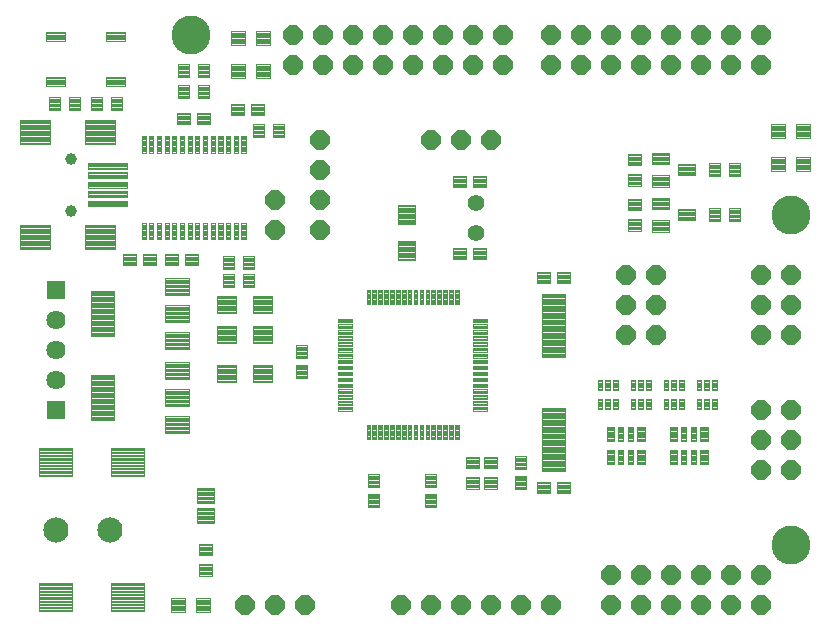
<source format=gts>
G75*
G70*
%OFA0B0*%
%FSLAX24Y24*%
%IPPOS*%
%LPD*%
%AMOC8*
5,1,8,0,0,1.08239X$1,22.5*
%
%ADD10C,0.1300*%
%ADD11C,0.0041*%
%ADD12C,0.0044*%
%ADD13C,0.0041*%
%ADD14OC8,0.0640*%
%ADD15C,0.0560*%
%ADD16C,0.0041*%
%ADD17C,0.0043*%
%ADD18C,0.0041*%
%ADD19C,0.0040*%
%ADD20C,0.0041*%
%ADD21C,0.0040*%
%ADD22C,0.0394*%
%ADD23C,0.0041*%
%ADD24C,0.0041*%
%ADD25R,0.0640X0.0640*%
%ADD26C,0.0640*%
%ADD27C,0.0044*%
%ADD28C,0.0840*%
%ADD29C,0.0049*%
%ADD30C,0.0041*%
%ADD31C,0.0041*%
%ADD32C,0.0040*%
D10*
X007643Y020202D03*
X027643Y014202D03*
X027643Y003202D03*
D11*
X017523Y007666D02*
X017051Y007666D01*
X017051Y007784D01*
X017523Y007784D01*
X017523Y007666D01*
X017523Y007706D02*
X017051Y007706D01*
X017051Y007746D02*
X017523Y007746D01*
X017523Y007863D02*
X017051Y007863D01*
X017051Y007981D01*
X017523Y007981D01*
X017523Y007863D01*
X017523Y007903D02*
X017051Y007903D01*
X017051Y007943D02*
X017523Y007943D01*
X017523Y008060D02*
X017051Y008060D01*
X017051Y008178D01*
X017523Y008178D01*
X017523Y008060D01*
X017523Y008100D02*
X017051Y008100D01*
X017051Y008140D02*
X017523Y008140D01*
X017523Y008257D02*
X017051Y008257D01*
X017051Y008375D01*
X017523Y008375D01*
X017523Y008257D01*
X017523Y008297D02*
X017051Y008297D01*
X017051Y008337D02*
X017523Y008337D01*
X017523Y008454D02*
X017051Y008454D01*
X017051Y008572D01*
X017523Y008572D01*
X017523Y008454D01*
X017523Y008494D02*
X017051Y008494D01*
X017051Y008534D02*
X017523Y008534D01*
X017523Y008650D02*
X017051Y008650D01*
X017051Y008768D01*
X017523Y008768D01*
X017523Y008650D01*
X017523Y008690D02*
X017051Y008690D01*
X017051Y008730D02*
X017523Y008730D01*
X017523Y008847D02*
X017051Y008847D01*
X017051Y008965D01*
X017523Y008965D01*
X017523Y008847D01*
X017523Y008887D02*
X017051Y008887D01*
X017051Y008927D02*
X017523Y008927D01*
X017523Y009044D02*
X017051Y009044D01*
X017051Y009162D01*
X017523Y009162D01*
X017523Y009044D01*
X017523Y009084D02*
X017051Y009084D01*
X017051Y009124D02*
X017523Y009124D01*
X017523Y009241D02*
X017051Y009241D01*
X017051Y009359D01*
X017523Y009359D01*
X017523Y009241D01*
X017523Y009281D02*
X017051Y009281D01*
X017051Y009321D02*
X017523Y009321D01*
X017523Y009438D02*
X017051Y009438D01*
X017051Y009556D01*
X017523Y009556D01*
X017523Y009438D01*
X017523Y009478D02*
X017051Y009478D01*
X017051Y009518D02*
X017523Y009518D01*
X017523Y009635D02*
X017051Y009635D01*
X017051Y009753D01*
X017523Y009753D01*
X017523Y009635D01*
X017523Y009675D02*
X017051Y009675D01*
X017051Y009715D02*
X017523Y009715D01*
X017523Y009832D02*
X017051Y009832D01*
X017051Y009950D01*
X017523Y009950D01*
X017523Y009832D01*
X017523Y009872D02*
X017051Y009872D01*
X017051Y009912D02*
X017523Y009912D01*
X017523Y010028D02*
X017051Y010028D01*
X017051Y010146D01*
X017523Y010146D01*
X017523Y010028D01*
X017523Y010068D02*
X017051Y010068D01*
X017051Y010108D02*
X017523Y010108D01*
X017523Y010225D02*
X017051Y010225D01*
X017051Y010343D01*
X017523Y010343D01*
X017523Y010225D01*
X017523Y010265D02*
X017051Y010265D01*
X017051Y010305D02*
X017523Y010305D01*
X017523Y010422D02*
X017051Y010422D01*
X017051Y010540D01*
X017523Y010540D01*
X017523Y010422D01*
X017523Y010462D02*
X017051Y010462D01*
X017051Y010502D02*
X017523Y010502D01*
X017523Y010619D02*
X017051Y010619D01*
X017051Y010737D01*
X017523Y010737D01*
X017523Y010619D01*
X017523Y010659D02*
X017051Y010659D01*
X017051Y010699D02*
X017523Y010699D01*
X016578Y011210D02*
X016460Y011210D01*
X016460Y011682D01*
X016578Y011682D01*
X016578Y011210D01*
X016578Y011250D02*
X016460Y011250D01*
X016460Y011290D02*
X016578Y011290D01*
X016578Y011330D02*
X016460Y011330D01*
X016460Y011370D02*
X016578Y011370D01*
X016578Y011410D02*
X016460Y011410D01*
X016460Y011450D02*
X016578Y011450D01*
X016578Y011490D02*
X016460Y011490D01*
X016460Y011530D02*
X016578Y011530D01*
X016578Y011570D02*
X016460Y011570D01*
X016460Y011610D02*
X016578Y011610D01*
X016578Y011650D02*
X016460Y011650D01*
X016381Y011210D02*
X016263Y011210D01*
X016263Y011682D01*
X016381Y011682D01*
X016381Y011210D01*
X016381Y011250D02*
X016263Y011250D01*
X016263Y011290D02*
X016381Y011290D01*
X016381Y011330D02*
X016263Y011330D01*
X016263Y011370D02*
X016381Y011370D01*
X016381Y011410D02*
X016263Y011410D01*
X016263Y011450D02*
X016381Y011450D01*
X016381Y011490D02*
X016263Y011490D01*
X016263Y011530D02*
X016381Y011530D01*
X016381Y011570D02*
X016263Y011570D01*
X016263Y011610D02*
X016381Y011610D01*
X016381Y011650D02*
X016263Y011650D01*
X016185Y011210D02*
X016067Y011210D01*
X016067Y011682D01*
X016185Y011682D01*
X016185Y011210D01*
X016185Y011250D02*
X016067Y011250D01*
X016067Y011290D02*
X016185Y011290D01*
X016185Y011330D02*
X016067Y011330D01*
X016067Y011370D02*
X016185Y011370D01*
X016185Y011410D02*
X016067Y011410D01*
X016067Y011450D02*
X016185Y011450D01*
X016185Y011490D02*
X016067Y011490D01*
X016067Y011530D02*
X016185Y011530D01*
X016185Y011570D02*
X016067Y011570D01*
X016067Y011610D02*
X016185Y011610D01*
X016185Y011650D02*
X016067Y011650D01*
X015988Y011210D02*
X015870Y011210D01*
X015870Y011682D01*
X015988Y011682D01*
X015988Y011210D01*
X015988Y011250D02*
X015870Y011250D01*
X015870Y011290D02*
X015988Y011290D01*
X015988Y011330D02*
X015870Y011330D01*
X015870Y011370D02*
X015988Y011370D01*
X015988Y011410D02*
X015870Y011410D01*
X015870Y011450D02*
X015988Y011450D01*
X015988Y011490D02*
X015870Y011490D01*
X015870Y011530D02*
X015988Y011530D01*
X015988Y011570D02*
X015870Y011570D01*
X015870Y011610D02*
X015988Y011610D01*
X015988Y011650D02*
X015870Y011650D01*
X015791Y011210D02*
X015673Y011210D01*
X015673Y011682D01*
X015791Y011682D01*
X015791Y011210D01*
X015791Y011250D02*
X015673Y011250D01*
X015673Y011290D02*
X015791Y011290D01*
X015791Y011330D02*
X015673Y011330D01*
X015673Y011370D02*
X015791Y011370D01*
X015791Y011410D02*
X015673Y011410D01*
X015673Y011450D02*
X015791Y011450D01*
X015791Y011490D02*
X015673Y011490D01*
X015673Y011530D02*
X015791Y011530D01*
X015791Y011570D02*
X015673Y011570D01*
X015673Y011610D02*
X015791Y011610D01*
X015791Y011650D02*
X015673Y011650D01*
X015594Y011210D02*
X015476Y011210D01*
X015476Y011682D01*
X015594Y011682D01*
X015594Y011210D01*
X015594Y011250D02*
X015476Y011250D01*
X015476Y011290D02*
X015594Y011290D01*
X015594Y011330D02*
X015476Y011330D01*
X015476Y011370D02*
X015594Y011370D01*
X015594Y011410D02*
X015476Y011410D01*
X015476Y011450D02*
X015594Y011450D01*
X015594Y011490D02*
X015476Y011490D01*
X015476Y011530D02*
X015594Y011530D01*
X015594Y011570D02*
X015476Y011570D01*
X015476Y011610D02*
X015594Y011610D01*
X015594Y011650D02*
X015476Y011650D01*
X015397Y011210D02*
X015279Y011210D01*
X015279Y011682D01*
X015397Y011682D01*
X015397Y011210D01*
X015397Y011250D02*
X015279Y011250D01*
X015279Y011290D02*
X015397Y011290D01*
X015397Y011330D02*
X015279Y011330D01*
X015279Y011370D02*
X015397Y011370D01*
X015397Y011410D02*
X015279Y011410D01*
X015279Y011450D02*
X015397Y011450D01*
X015397Y011490D02*
X015279Y011490D01*
X015279Y011530D02*
X015397Y011530D01*
X015397Y011570D02*
X015279Y011570D01*
X015279Y011610D02*
X015397Y011610D01*
X015397Y011650D02*
X015279Y011650D01*
X015200Y011210D02*
X015082Y011210D01*
X015082Y011682D01*
X015200Y011682D01*
X015200Y011210D01*
X015200Y011250D02*
X015082Y011250D01*
X015082Y011290D02*
X015200Y011290D01*
X015200Y011330D02*
X015082Y011330D01*
X015082Y011370D02*
X015200Y011370D01*
X015200Y011410D02*
X015082Y011410D01*
X015082Y011450D02*
X015200Y011450D01*
X015200Y011490D02*
X015082Y011490D01*
X015082Y011530D02*
X015200Y011530D01*
X015200Y011570D02*
X015082Y011570D01*
X015082Y011610D02*
X015200Y011610D01*
X015200Y011650D02*
X015082Y011650D01*
X015003Y011210D02*
X014885Y011210D01*
X014885Y011682D01*
X015003Y011682D01*
X015003Y011210D01*
X015003Y011250D02*
X014885Y011250D01*
X014885Y011290D02*
X015003Y011290D01*
X015003Y011330D02*
X014885Y011330D01*
X014885Y011370D02*
X015003Y011370D01*
X015003Y011410D02*
X014885Y011410D01*
X014885Y011450D02*
X015003Y011450D01*
X015003Y011490D02*
X014885Y011490D01*
X014885Y011530D02*
X015003Y011530D01*
X015003Y011570D02*
X014885Y011570D01*
X014885Y011610D02*
X015003Y011610D01*
X015003Y011650D02*
X014885Y011650D01*
X014807Y011210D02*
X014689Y011210D01*
X014689Y011682D01*
X014807Y011682D01*
X014807Y011210D01*
X014807Y011250D02*
X014689Y011250D01*
X014689Y011290D02*
X014807Y011290D01*
X014807Y011330D02*
X014689Y011330D01*
X014689Y011370D02*
X014807Y011370D01*
X014807Y011410D02*
X014689Y011410D01*
X014689Y011450D02*
X014807Y011450D01*
X014807Y011490D02*
X014689Y011490D01*
X014689Y011530D02*
X014807Y011530D01*
X014807Y011570D02*
X014689Y011570D01*
X014689Y011610D02*
X014807Y011610D01*
X014807Y011650D02*
X014689Y011650D01*
X014610Y011210D02*
X014492Y011210D01*
X014492Y011682D01*
X014610Y011682D01*
X014610Y011210D01*
X014610Y011250D02*
X014492Y011250D01*
X014492Y011290D02*
X014610Y011290D01*
X014610Y011330D02*
X014492Y011330D01*
X014492Y011370D02*
X014610Y011370D01*
X014610Y011410D02*
X014492Y011410D01*
X014492Y011450D02*
X014610Y011450D01*
X014610Y011490D02*
X014492Y011490D01*
X014492Y011530D02*
X014610Y011530D01*
X014610Y011570D02*
X014492Y011570D01*
X014492Y011610D02*
X014610Y011610D01*
X014610Y011650D02*
X014492Y011650D01*
X014413Y011210D02*
X014295Y011210D01*
X014295Y011682D01*
X014413Y011682D01*
X014413Y011210D01*
X014413Y011250D02*
X014295Y011250D01*
X014295Y011290D02*
X014413Y011290D01*
X014413Y011330D02*
X014295Y011330D01*
X014295Y011370D02*
X014413Y011370D01*
X014413Y011410D02*
X014295Y011410D01*
X014295Y011450D02*
X014413Y011450D01*
X014413Y011490D02*
X014295Y011490D01*
X014295Y011530D02*
X014413Y011530D01*
X014413Y011570D02*
X014295Y011570D01*
X014295Y011610D02*
X014413Y011610D01*
X014413Y011650D02*
X014295Y011650D01*
X014216Y011210D02*
X014098Y011210D01*
X014098Y011682D01*
X014216Y011682D01*
X014216Y011210D01*
X014216Y011250D02*
X014098Y011250D01*
X014098Y011290D02*
X014216Y011290D01*
X014216Y011330D02*
X014098Y011330D01*
X014098Y011370D02*
X014216Y011370D01*
X014216Y011410D02*
X014098Y011410D01*
X014098Y011450D02*
X014216Y011450D01*
X014216Y011490D02*
X014098Y011490D01*
X014098Y011530D02*
X014216Y011530D01*
X014216Y011570D02*
X014098Y011570D01*
X014098Y011610D02*
X014216Y011610D01*
X014216Y011650D02*
X014098Y011650D01*
X014019Y011210D02*
X013901Y011210D01*
X013901Y011682D01*
X014019Y011682D01*
X014019Y011210D01*
X014019Y011250D02*
X013901Y011250D01*
X013901Y011290D02*
X014019Y011290D01*
X014019Y011330D02*
X013901Y011330D01*
X013901Y011370D02*
X014019Y011370D01*
X014019Y011410D02*
X013901Y011410D01*
X013901Y011450D02*
X014019Y011450D01*
X014019Y011490D02*
X013901Y011490D01*
X013901Y011530D02*
X014019Y011530D01*
X014019Y011570D02*
X013901Y011570D01*
X013901Y011610D02*
X014019Y011610D01*
X014019Y011650D02*
X013901Y011650D01*
X013822Y011210D02*
X013704Y011210D01*
X013704Y011682D01*
X013822Y011682D01*
X013822Y011210D01*
X013822Y011250D02*
X013704Y011250D01*
X013704Y011290D02*
X013822Y011290D01*
X013822Y011330D02*
X013704Y011330D01*
X013704Y011370D02*
X013822Y011370D01*
X013822Y011410D02*
X013704Y011410D01*
X013704Y011450D02*
X013822Y011450D01*
X013822Y011490D02*
X013704Y011490D01*
X013704Y011530D02*
X013822Y011530D01*
X013822Y011570D02*
X013704Y011570D01*
X013704Y011610D02*
X013822Y011610D01*
X013822Y011650D02*
X013704Y011650D01*
X013625Y011210D02*
X013507Y011210D01*
X013507Y011682D01*
X013625Y011682D01*
X013625Y011210D01*
X013625Y011250D02*
X013507Y011250D01*
X013507Y011290D02*
X013625Y011290D01*
X013625Y011330D02*
X013507Y011330D01*
X013507Y011370D02*
X013625Y011370D01*
X013625Y011410D02*
X013507Y011410D01*
X013507Y011450D02*
X013625Y011450D01*
X013625Y011490D02*
X013507Y011490D01*
X013507Y011530D02*
X013625Y011530D01*
X013625Y011570D02*
X013507Y011570D01*
X013507Y011610D02*
X013625Y011610D01*
X013625Y011650D02*
X013507Y011650D01*
X013035Y010619D02*
X012563Y010619D01*
X012563Y010737D01*
X013035Y010737D01*
X013035Y010619D01*
X013035Y010659D02*
X012563Y010659D01*
X012563Y010699D02*
X013035Y010699D01*
X013035Y010422D02*
X012563Y010422D01*
X012563Y010540D01*
X013035Y010540D01*
X013035Y010422D01*
X013035Y010462D02*
X012563Y010462D01*
X012563Y010502D02*
X013035Y010502D01*
X013035Y010225D02*
X012563Y010225D01*
X012563Y010343D01*
X013035Y010343D01*
X013035Y010225D01*
X013035Y010265D02*
X012563Y010265D01*
X012563Y010305D02*
X013035Y010305D01*
X013035Y010028D02*
X012563Y010028D01*
X012563Y010146D01*
X013035Y010146D01*
X013035Y010028D01*
X013035Y010068D02*
X012563Y010068D01*
X012563Y010108D02*
X013035Y010108D01*
X013035Y009832D02*
X012563Y009832D01*
X012563Y009950D01*
X013035Y009950D01*
X013035Y009832D01*
X013035Y009872D02*
X012563Y009872D01*
X012563Y009912D02*
X013035Y009912D01*
X013035Y009635D02*
X012563Y009635D01*
X012563Y009753D01*
X013035Y009753D01*
X013035Y009635D01*
X013035Y009675D02*
X012563Y009675D01*
X012563Y009715D02*
X013035Y009715D01*
X013035Y009438D02*
X012563Y009438D01*
X012563Y009556D01*
X013035Y009556D01*
X013035Y009438D01*
X013035Y009478D02*
X012563Y009478D01*
X012563Y009518D02*
X013035Y009518D01*
X013035Y009241D02*
X012563Y009241D01*
X012563Y009359D01*
X013035Y009359D01*
X013035Y009241D01*
X013035Y009281D02*
X012563Y009281D01*
X012563Y009321D02*
X013035Y009321D01*
X013035Y009044D02*
X012563Y009044D01*
X012563Y009162D01*
X013035Y009162D01*
X013035Y009044D01*
X013035Y009084D02*
X012563Y009084D01*
X012563Y009124D02*
X013035Y009124D01*
X013035Y008847D02*
X012563Y008847D01*
X012563Y008965D01*
X013035Y008965D01*
X013035Y008847D01*
X013035Y008887D02*
X012563Y008887D01*
X012563Y008927D02*
X013035Y008927D01*
X013035Y008650D02*
X012563Y008650D01*
X012563Y008768D01*
X013035Y008768D01*
X013035Y008650D01*
X013035Y008690D02*
X012563Y008690D01*
X012563Y008730D02*
X013035Y008730D01*
X013035Y008454D02*
X012563Y008454D01*
X012563Y008572D01*
X013035Y008572D01*
X013035Y008454D01*
X013035Y008494D02*
X012563Y008494D01*
X012563Y008534D02*
X013035Y008534D01*
X013035Y008257D02*
X012563Y008257D01*
X012563Y008375D01*
X013035Y008375D01*
X013035Y008257D01*
X013035Y008297D02*
X012563Y008297D01*
X012563Y008337D02*
X013035Y008337D01*
X013035Y008060D02*
X012563Y008060D01*
X012563Y008178D01*
X013035Y008178D01*
X013035Y008060D01*
X013035Y008100D02*
X012563Y008100D01*
X012563Y008140D02*
X013035Y008140D01*
X013035Y007863D02*
X012563Y007863D01*
X012563Y007981D01*
X013035Y007981D01*
X013035Y007863D01*
X013035Y007903D02*
X012563Y007903D01*
X012563Y007943D02*
X013035Y007943D01*
X013035Y007666D02*
X012563Y007666D01*
X012563Y007784D01*
X013035Y007784D01*
X013035Y007666D01*
X013035Y007706D02*
X012563Y007706D01*
X012563Y007746D02*
X013035Y007746D01*
X013507Y006721D02*
X013625Y006721D01*
X013507Y006721D02*
X013507Y007193D01*
X013625Y007193D01*
X013625Y006721D01*
X013625Y006761D02*
X013507Y006761D01*
X013507Y006801D02*
X013625Y006801D01*
X013625Y006841D02*
X013507Y006841D01*
X013507Y006881D02*
X013625Y006881D01*
X013625Y006921D02*
X013507Y006921D01*
X013507Y006961D02*
X013625Y006961D01*
X013625Y007001D02*
X013507Y007001D01*
X013507Y007041D02*
X013625Y007041D01*
X013625Y007081D02*
X013507Y007081D01*
X013507Y007121D02*
X013625Y007121D01*
X013625Y007161D02*
X013507Y007161D01*
X013704Y006721D02*
X013822Y006721D01*
X013704Y006721D02*
X013704Y007193D01*
X013822Y007193D01*
X013822Y006721D01*
X013822Y006761D02*
X013704Y006761D01*
X013704Y006801D02*
X013822Y006801D01*
X013822Y006841D02*
X013704Y006841D01*
X013704Y006881D02*
X013822Y006881D01*
X013822Y006921D02*
X013704Y006921D01*
X013704Y006961D02*
X013822Y006961D01*
X013822Y007001D02*
X013704Y007001D01*
X013704Y007041D02*
X013822Y007041D01*
X013822Y007081D02*
X013704Y007081D01*
X013704Y007121D02*
X013822Y007121D01*
X013822Y007161D02*
X013704Y007161D01*
X013901Y006721D02*
X014019Y006721D01*
X013901Y006721D02*
X013901Y007193D01*
X014019Y007193D01*
X014019Y006721D01*
X014019Y006761D02*
X013901Y006761D01*
X013901Y006801D02*
X014019Y006801D01*
X014019Y006841D02*
X013901Y006841D01*
X013901Y006881D02*
X014019Y006881D01*
X014019Y006921D02*
X013901Y006921D01*
X013901Y006961D02*
X014019Y006961D01*
X014019Y007001D02*
X013901Y007001D01*
X013901Y007041D02*
X014019Y007041D01*
X014019Y007081D02*
X013901Y007081D01*
X013901Y007121D02*
X014019Y007121D01*
X014019Y007161D02*
X013901Y007161D01*
X014098Y006721D02*
X014216Y006721D01*
X014098Y006721D02*
X014098Y007193D01*
X014216Y007193D01*
X014216Y006721D01*
X014216Y006761D02*
X014098Y006761D01*
X014098Y006801D02*
X014216Y006801D01*
X014216Y006841D02*
X014098Y006841D01*
X014098Y006881D02*
X014216Y006881D01*
X014216Y006921D02*
X014098Y006921D01*
X014098Y006961D02*
X014216Y006961D01*
X014216Y007001D02*
X014098Y007001D01*
X014098Y007041D02*
X014216Y007041D01*
X014216Y007081D02*
X014098Y007081D01*
X014098Y007121D02*
X014216Y007121D01*
X014216Y007161D02*
X014098Y007161D01*
X014295Y006721D02*
X014413Y006721D01*
X014295Y006721D02*
X014295Y007193D01*
X014413Y007193D01*
X014413Y006721D01*
X014413Y006761D02*
X014295Y006761D01*
X014295Y006801D02*
X014413Y006801D01*
X014413Y006841D02*
X014295Y006841D01*
X014295Y006881D02*
X014413Y006881D01*
X014413Y006921D02*
X014295Y006921D01*
X014295Y006961D02*
X014413Y006961D01*
X014413Y007001D02*
X014295Y007001D01*
X014295Y007041D02*
X014413Y007041D01*
X014413Y007081D02*
X014295Y007081D01*
X014295Y007121D02*
X014413Y007121D01*
X014413Y007161D02*
X014295Y007161D01*
X014492Y006721D02*
X014610Y006721D01*
X014492Y006721D02*
X014492Y007193D01*
X014610Y007193D01*
X014610Y006721D01*
X014610Y006761D02*
X014492Y006761D01*
X014492Y006801D02*
X014610Y006801D01*
X014610Y006841D02*
X014492Y006841D01*
X014492Y006881D02*
X014610Y006881D01*
X014610Y006921D02*
X014492Y006921D01*
X014492Y006961D02*
X014610Y006961D01*
X014610Y007001D02*
X014492Y007001D01*
X014492Y007041D02*
X014610Y007041D01*
X014610Y007081D02*
X014492Y007081D01*
X014492Y007121D02*
X014610Y007121D01*
X014610Y007161D02*
X014492Y007161D01*
X014689Y006721D02*
X014807Y006721D01*
X014689Y006721D02*
X014689Y007193D01*
X014807Y007193D01*
X014807Y006721D01*
X014807Y006761D02*
X014689Y006761D01*
X014689Y006801D02*
X014807Y006801D01*
X014807Y006841D02*
X014689Y006841D01*
X014689Y006881D02*
X014807Y006881D01*
X014807Y006921D02*
X014689Y006921D01*
X014689Y006961D02*
X014807Y006961D01*
X014807Y007001D02*
X014689Y007001D01*
X014689Y007041D02*
X014807Y007041D01*
X014807Y007081D02*
X014689Y007081D01*
X014689Y007121D02*
X014807Y007121D01*
X014807Y007161D02*
X014689Y007161D01*
X014885Y006721D02*
X015003Y006721D01*
X014885Y006721D02*
X014885Y007193D01*
X015003Y007193D01*
X015003Y006721D01*
X015003Y006761D02*
X014885Y006761D01*
X014885Y006801D02*
X015003Y006801D01*
X015003Y006841D02*
X014885Y006841D01*
X014885Y006881D02*
X015003Y006881D01*
X015003Y006921D02*
X014885Y006921D01*
X014885Y006961D02*
X015003Y006961D01*
X015003Y007001D02*
X014885Y007001D01*
X014885Y007041D02*
X015003Y007041D01*
X015003Y007081D02*
X014885Y007081D01*
X014885Y007121D02*
X015003Y007121D01*
X015003Y007161D02*
X014885Y007161D01*
X015082Y006721D02*
X015200Y006721D01*
X015082Y006721D02*
X015082Y007193D01*
X015200Y007193D01*
X015200Y006721D01*
X015200Y006761D02*
X015082Y006761D01*
X015082Y006801D02*
X015200Y006801D01*
X015200Y006841D02*
X015082Y006841D01*
X015082Y006881D02*
X015200Y006881D01*
X015200Y006921D02*
X015082Y006921D01*
X015082Y006961D02*
X015200Y006961D01*
X015200Y007001D02*
X015082Y007001D01*
X015082Y007041D02*
X015200Y007041D01*
X015200Y007081D02*
X015082Y007081D01*
X015082Y007121D02*
X015200Y007121D01*
X015200Y007161D02*
X015082Y007161D01*
X015279Y006721D02*
X015397Y006721D01*
X015279Y006721D02*
X015279Y007193D01*
X015397Y007193D01*
X015397Y006721D01*
X015397Y006761D02*
X015279Y006761D01*
X015279Y006801D02*
X015397Y006801D01*
X015397Y006841D02*
X015279Y006841D01*
X015279Y006881D02*
X015397Y006881D01*
X015397Y006921D02*
X015279Y006921D01*
X015279Y006961D02*
X015397Y006961D01*
X015397Y007001D02*
X015279Y007001D01*
X015279Y007041D02*
X015397Y007041D01*
X015397Y007081D02*
X015279Y007081D01*
X015279Y007121D02*
X015397Y007121D01*
X015397Y007161D02*
X015279Y007161D01*
X015476Y006721D02*
X015594Y006721D01*
X015476Y006721D02*
X015476Y007193D01*
X015594Y007193D01*
X015594Y006721D01*
X015594Y006761D02*
X015476Y006761D01*
X015476Y006801D02*
X015594Y006801D01*
X015594Y006841D02*
X015476Y006841D01*
X015476Y006881D02*
X015594Y006881D01*
X015594Y006921D02*
X015476Y006921D01*
X015476Y006961D02*
X015594Y006961D01*
X015594Y007001D02*
X015476Y007001D01*
X015476Y007041D02*
X015594Y007041D01*
X015594Y007081D02*
X015476Y007081D01*
X015476Y007121D02*
X015594Y007121D01*
X015594Y007161D02*
X015476Y007161D01*
X015673Y006721D02*
X015791Y006721D01*
X015673Y006721D02*
X015673Y007193D01*
X015791Y007193D01*
X015791Y006721D01*
X015791Y006761D02*
X015673Y006761D01*
X015673Y006801D02*
X015791Y006801D01*
X015791Y006841D02*
X015673Y006841D01*
X015673Y006881D02*
X015791Y006881D01*
X015791Y006921D02*
X015673Y006921D01*
X015673Y006961D02*
X015791Y006961D01*
X015791Y007001D02*
X015673Y007001D01*
X015673Y007041D02*
X015791Y007041D01*
X015791Y007081D02*
X015673Y007081D01*
X015673Y007121D02*
X015791Y007121D01*
X015791Y007161D02*
X015673Y007161D01*
X015870Y006721D02*
X015988Y006721D01*
X015870Y006721D02*
X015870Y007193D01*
X015988Y007193D01*
X015988Y006721D01*
X015988Y006761D02*
X015870Y006761D01*
X015870Y006801D02*
X015988Y006801D01*
X015988Y006841D02*
X015870Y006841D01*
X015870Y006881D02*
X015988Y006881D01*
X015988Y006921D02*
X015870Y006921D01*
X015870Y006961D02*
X015988Y006961D01*
X015988Y007001D02*
X015870Y007001D01*
X015870Y007041D02*
X015988Y007041D01*
X015988Y007081D02*
X015870Y007081D01*
X015870Y007121D02*
X015988Y007121D01*
X015988Y007161D02*
X015870Y007161D01*
X016067Y006721D02*
X016185Y006721D01*
X016067Y006721D02*
X016067Y007193D01*
X016185Y007193D01*
X016185Y006721D01*
X016185Y006761D02*
X016067Y006761D01*
X016067Y006801D02*
X016185Y006801D01*
X016185Y006841D02*
X016067Y006841D01*
X016067Y006881D02*
X016185Y006881D01*
X016185Y006921D02*
X016067Y006921D01*
X016067Y006961D02*
X016185Y006961D01*
X016185Y007001D02*
X016067Y007001D01*
X016067Y007041D02*
X016185Y007041D01*
X016185Y007081D02*
X016067Y007081D01*
X016067Y007121D02*
X016185Y007121D01*
X016185Y007161D02*
X016067Y007161D01*
X016263Y006721D02*
X016381Y006721D01*
X016263Y006721D02*
X016263Y007193D01*
X016381Y007193D01*
X016381Y006721D01*
X016381Y006761D02*
X016263Y006761D01*
X016263Y006801D02*
X016381Y006801D01*
X016381Y006841D02*
X016263Y006841D01*
X016263Y006881D02*
X016381Y006881D01*
X016381Y006921D02*
X016263Y006921D01*
X016263Y006961D02*
X016381Y006961D01*
X016381Y007001D02*
X016263Y007001D01*
X016263Y007041D02*
X016381Y007041D01*
X016381Y007081D02*
X016263Y007081D01*
X016263Y007121D02*
X016381Y007121D01*
X016381Y007161D02*
X016263Y007161D01*
X016460Y006721D02*
X016578Y006721D01*
X016460Y006721D02*
X016460Y007193D01*
X016578Y007193D01*
X016578Y006721D01*
X016578Y006761D02*
X016460Y006761D01*
X016460Y006801D02*
X016578Y006801D01*
X016578Y006841D02*
X016460Y006841D01*
X016460Y006881D02*
X016578Y006881D01*
X016578Y006921D02*
X016460Y006921D01*
X016460Y006961D02*
X016578Y006961D01*
X016578Y007001D02*
X016460Y007001D01*
X016460Y007041D02*
X016578Y007041D01*
X016578Y007081D02*
X016460Y007081D01*
X016460Y007121D02*
X016578Y007121D01*
X016578Y007161D02*
X016460Y007161D01*
D12*
X007576Y006919D02*
X007576Y007505D01*
X007576Y006919D02*
X006790Y006919D01*
X006790Y007505D01*
X007576Y007505D01*
X007576Y006962D02*
X006790Y006962D01*
X006790Y007005D02*
X007576Y007005D01*
X007576Y007048D02*
X006790Y007048D01*
X006790Y007091D02*
X007576Y007091D01*
X007576Y007134D02*
X006790Y007134D01*
X006790Y007177D02*
X007576Y007177D01*
X007576Y007220D02*
X006790Y007220D01*
X006790Y007263D02*
X007576Y007263D01*
X007576Y007306D02*
X006790Y007306D01*
X006790Y007349D02*
X007576Y007349D01*
X007576Y007392D02*
X006790Y007392D01*
X006790Y007435D02*
X007576Y007435D01*
X007576Y007478D02*
X006790Y007478D01*
X007576Y007819D02*
X007576Y008405D01*
X007576Y007819D02*
X006790Y007819D01*
X006790Y008405D01*
X007576Y008405D01*
X007576Y007862D02*
X006790Y007862D01*
X006790Y007905D02*
X007576Y007905D01*
X007576Y007948D02*
X006790Y007948D01*
X006790Y007991D02*
X007576Y007991D01*
X007576Y008034D02*
X006790Y008034D01*
X006790Y008077D02*
X007576Y008077D01*
X007576Y008120D02*
X006790Y008120D01*
X006790Y008163D02*
X007576Y008163D01*
X007576Y008206D02*
X006790Y008206D01*
X006790Y008249D02*
X007576Y008249D01*
X007576Y008292D02*
X006790Y008292D01*
X006790Y008335D02*
X007576Y008335D01*
X007576Y008378D02*
X006790Y008378D01*
X007576Y008719D02*
X007576Y009305D01*
X007576Y008719D02*
X006790Y008719D01*
X006790Y009305D01*
X007576Y009305D01*
X007576Y008762D02*
X006790Y008762D01*
X006790Y008805D02*
X007576Y008805D01*
X007576Y008848D02*
X006790Y008848D01*
X006790Y008891D02*
X007576Y008891D01*
X007576Y008934D02*
X006790Y008934D01*
X006790Y008977D02*
X007576Y008977D01*
X007576Y009020D02*
X006790Y009020D01*
X006790Y009063D02*
X007576Y009063D01*
X007576Y009106D02*
X006790Y009106D01*
X006790Y009149D02*
X007576Y009149D01*
X007576Y009192D02*
X006790Y009192D01*
X006790Y009235D02*
X007576Y009235D01*
X007576Y009278D02*
X006790Y009278D01*
X007576Y009719D02*
X007576Y010305D01*
X007576Y009719D02*
X006790Y009719D01*
X006790Y010305D01*
X007576Y010305D01*
X007576Y009762D02*
X006790Y009762D01*
X006790Y009805D02*
X007576Y009805D01*
X007576Y009848D02*
X006790Y009848D01*
X006790Y009891D02*
X007576Y009891D01*
X007576Y009934D02*
X006790Y009934D01*
X006790Y009977D02*
X007576Y009977D01*
X007576Y010020D02*
X006790Y010020D01*
X006790Y010063D02*
X007576Y010063D01*
X007576Y010106D02*
X006790Y010106D01*
X006790Y010149D02*
X007576Y010149D01*
X007576Y010192D02*
X006790Y010192D01*
X006790Y010235D02*
X007576Y010235D01*
X007576Y010278D02*
X006790Y010278D01*
X007576Y010619D02*
X007576Y011205D01*
X007576Y010619D02*
X006790Y010619D01*
X006790Y011205D01*
X007576Y011205D01*
X007576Y010662D02*
X006790Y010662D01*
X006790Y010705D02*
X007576Y010705D01*
X007576Y010748D02*
X006790Y010748D01*
X006790Y010791D02*
X007576Y010791D01*
X007576Y010834D02*
X006790Y010834D01*
X006790Y010877D02*
X007576Y010877D01*
X007576Y010920D02*
X006790Y010920D01*
X006790Y010963D02*
X007576Y010963D01*
X007576Y011006D02*
X006790Y011006D01*
X006790Y011049D02*
X007576Y011049D01*
X007576Y011092D02*
X006790Y011092D01*
X006790Y011135D02*
X007576Y011135D01*
X007576Y011178D02*
X006790Y011178D01*
X007576Y011519D02*
X007576Y012105D01*
X007576Y011519D02*
X006790Y011519D01*
X006790Y012105D01*
X007576Y012105D01*
X007576Y011562D02*
X006790Y011562D01*
X006790Y011605D02*
X007576Y011605D01*
X007576Y011648D02*
X006790Y011648D01*
X006790Y011691D02*
X007576Y011691D01*
X007576Y011734D02*
X006790Y011734D01*
X006790Y011777D02*
X007576Y011777D01*
X007576Y011820D02*
X006790Y011820D01*
X006790Y011863D02*
X007576Y011863D01*
X007576Y011906D02*
X006790Y011906D01*
X006790Y011949D02*
X007576Y011949D01*
X007576Y011992D02*
X006790Y011992D01*
X006790Y012035D02*
X007576Y012035D01*
X007576Y012078D02*
X006790Y012078D01*
D13*
X005098Y011652D02*
X005098Y010152D01*
X004308Y010152D01*
X004308Y011652D01*
X005098Y011652D01*
X005098Y010192D02*
X004308Y010192D01*
X004308Y010232D02*
X005098Y010232D01*
X005098Y010272D02*
X004308Y010272D01*
X004308Y010312D02*
X005098Y010312D01*
X005098Y010352D02*
X004308Y010352D01*
X004308Y010392D02*
X005098Y010392D01*
X005098Y010432D02*
X004308Y010432D01*
X004308Y010472D02*
X005098Y010472D01*
X005098Y010512D02*
X004308Y010512D01*
X004308Y010552D02*
X005098Y010552D01*
X005098Y010592D02*
X004308Y010592D01*
X004308Y010632D02*
X005098Y010632D01*
X005098Y010672D02*
X004308Y010672D01*
X004308Y010712D02*
X005098Y010712D01*
X005098Y010752D02*
X004308Y010752D01*
X004308Y010792D02*
X005098Y010792D01*
X005098Y010832D02*
X004308Y010832D01*
X004308Y010872D02*
X005098Y010872D01*
X005098Y010912D02*
X004308Y010912D01*
X004308Y010952D02*
X005098Y010952D01*
X005098Y010992D02*
X004308Y010992D01*
X004308Y011032D02*
X005098Y011032D01*
X005098Y011072D02*
X004308Y011072D01*
X004308Y011112D02*
X005098Y011112D01*
X005098Y011152D02*
X004308Y011152D01*
X004308Y011192D02*
X005098Y011192D01*
X005098Y011232D02*
X004308Y011232D01*
X004308Y011272D02*
X005098Y011272D01*
X005098Y011312D02*
X004308Y011312D01*
X004308Y011352D02*
X005098Y011352D01*
X005098Y011392D02*
X004308Y011392D01*
X004308Y011432D02*
X005098Y011432D01*
X005098Y011472D02*
X004308Y011472D01*
X004308Y011512D02*
X005098Y011512D01*
X005098Y011552D02*
X004308Y011552D01*
X004308Y011592D02*
X005098Y011592D01*
X005098Y011632D02*
X004308Y011632D01*
X005098Y008852D02*
X005098Y007352D01*
X004308Y007352D01*
X004308Y008852D01*
X005098Y008852D01*
X005098Y007392D02*
X004308Y007392D01*
X004308Y007432D02*
X005098Y007432D01*
X005098Y007472D02*
X004308Y007472D01*
X004308Y007512D02*
X005098Y007512D01*
X005098Y007552D02*
X004308Y007552D01*
X004308Y007592D02*
X005098Y007592D01*
X005098Y007632D02*
X004308Y007632D01*
X004308Y007672D02*
X005098Y007672D01*
X005098Y007712D02*
X004308Y007712D01*
X004308Y007752D02*
X005098Y007752D01*
X005098Y007792D02*
X004308Y007792D01*
X004308Y007832D02*
X005098Y007832D01*
X005098Y007872D02*
X004308Y007872D01*
X004308Y007912D02*
X005098Y007912D01*
X005098Y007952D02*
X004308Y007952D01*
X004308Y007992D02*
X005098Y007992D01*
X005098Y008032D02*
X004308Y008032D01*
X004308Y008072D02*
X005098Y008072D01*
X005098Y008112D02*
X004308Y008112D01*
X004308Y008152D02*
X005098Y008152D01*
X005098Y008192D02*
X004308Y008192D01*
X004308Y008232D02*
X005098Y008232D01*
X005098Y008272D02*
X004308Y008272D01*
X004308Y008312D02*
X005098Y008312D01*
X005098Y008352D02*
X004308Y008352D01*
X004308Y008392D02*
X005098Y008392D01*
X005098Y008432D02*
X004308Y008432D01*
X004308Y008472D02*
X005098Y008472D01*
X005098Y008512D02*
X004308Y008512D01*
X004308Y008552D02*
X005098Y008552D01*
X005098Y008592D02*
X004308Y008592D01*
X004308Y008632D02*
X005098Y008632D01*
X005098Y008672D02*
X004308Y008672D01*
X004308Y008712D02*
X005098Y008712D01*
X005098Y008752D02*
X004308Y008752D01*
X004308Y008792D02*
X005098Y008792D01*
X005098Y008832D02*
X004308Y008832D01*
D14*
X010443Y013702D03*
X010443Y014702D03*
X011943Y014702D03*
X011943Y013702D03*
X011943Y015702D03*
X011943Y016702D03*
X012043Y019202D03*
X011043Y019202D03*
X011043Y020202D03*
X012043Y020202D03*
X013043Y020202D03*
X014043Y020202D03*
X015043Y020202D03*
X016043Y020202D03*
X017043Y020202D03*
X018043Y020202D03*
X018043Y019202D03*
X017043Y019202D03*
X016043Y019202D03*
X015043Y019202D03*
X014043Y019202D03*
X013043Y019202D03*
X015643Y016702D03*
X016643Y016702D03*
X017643Y016702D03*
X019643Y019202D03*
X020643Y019202D03*
X021643Y019202D03*
X022643Y019202D03*
X023643Y019202D03*
X024643Y019202D03*
X025643Y019202D03*
X026643Y019202D03*
X026643Y020202D03*
X025643Y020202D03*
X024643Y020202D03*
X023643Y020202D03*
X022643Y020202D03*
X021643Y020202D03*
X020643Y020202D03*
X019643Y020202D03*
X022143Y012202D03*
X023143Y012202D03*
X023143Y011202D03*
X022143Y011202D03*
X022143Y010202D03*
X023143Y010202D03*
X026643Y010202D03*
X027643Y010202D03*
X027643Y011202D03*
X026643Y011202D03*
X026643Y012202D03*
X027643Y012202D03*
X027643Y007702D03*
X026643Y007702D03*
X026643Y006702D03*
X027643Y006702D03*
X027643Y005702D03*
X026643Y005702D03*
X026643Y002202D03*
X025643Y002202D03*
X024643Y002202D03*
X023643Y002202D03*
X022643Y002202D03*
X021643Y002202D03*
X021643Y001202D03*
X022643Y001202D03*
X023643Y001202D03*
X024643Y001202D03*
X025643Y001202D03*
X026643Y001202D03*
X019643Y001202D03*
X018643Y001202D03*
X017643Y001202D03*
X016643Y001202D03*
X015643Y001202D03*
X014643Y001202D03*
X011443Y001202D03*
X010443Y001202D03*
X009443Y001202D03*
D15*
X017143Y013602D03*
X017143Y014602D03*
D16*
X014568Y014507D02*
X014568Y013877D01*
X014568Y014507D02*
X015118Y014507D01*
X015118Y013877D01*
X014568Y013877D01*
X014568Y013917D02*
X015118Y013917D01*
X015118Y013957D02*
X014568Y013957D01*
X014568Y013997D02*
X015118Y013997D01*
X015118Y014037D02*
X014568Y014037D01*
X014568Y014077D02*
X015118Y014077D01*
X015118Y014117D02*
X014568Y014117D01*
X014568Y014157D02*
X015118Y014157D01*
X015118Y014197D02*
X014568Y014197D01*
X014568Y014237D02*
X015118Y014237D01*
X015118Y014277D02*
X014568Y014277D01*
X014568Y014317D02*
X015118Y014317D01*
X015118Y014357D02*
X014568Y014357D01*
X014568Y014397D02*
X015118Y014397D01*
X015118Y014437D02*
X014568Y014437D01*
X014568Y014477D02*
X015118Y014477D01*
X015118Y013326D02*
X015118Y012696D01*
X014568Y012696D01*
X014568Y013326D01*
X015118Y013326D01*
X015118Y012736D02*
X014568Y012736D01*
X014568Y012776D02*
X015118Y012776D01*
X015118Y012816D02*
X014568Y012816D01*
X014568Y012856D02*
X015118Y012856D01*
X015118Y012896D02*
X014568Y012896D01*
X014568Y012936D02*
X015118Y012936D01*
X015118Y012976D02*
X014568Y012976D01*
X014568Y013016D02*
X015118Y013016D01*
X015118Y013056D02*
X014568Y013056D01*
X014568Y013096D02*
X015118Y013096D01*
X015118Y013136D02*
X014568Y013136D01*
X014568Y013176D02*
X015118Y013176D01*
X015118Y013216D02*
X014568Y013216D01*
X014568Y013256D02*
X015118Y013256D01*
X015118Y013296D02*
X014568Y013296D01*
X010348Y011477D02*
X009718Y011477D01*
X010348Y011477D02*
X010348Y010927D01*
X009718Y010927D01*
X009718Y011477D01*
X009718Y010967D02*
X010348Y010967D01*
X010348Y011007D02*
X009718Y011007D01*
X009718Y011047D02*
X010348Y011047D01*
X010348Y011087D02*
X009718Y011087D01*
X009718Y011127D02*
X010348Y011127D01*
X010348Y011167D02*
X009718Y011167D01*
X009718Y011207D02*
X010348Y011207D01*
X010348Y011247D02*
X009718Y011247D01*
X009718Y011287D02*
X010348Y011287D01*
X010348Y011327D02*
X009718Y011327D01*
X009718Y011367D02*
X010348Y011367D01*
X010348Y011407D02*
X009718Y011407D01*
X009718Y011447D02*
X010348Y011447D01*
X009167Y010927D02*
X008537Y010927D01*
X008537Y011477D01*
X009167Y011477D01*
X009167Y010927D01*
X009167Y010967D02*
X008537Y010967D01*
X008537Y011007D02*
X009167Y011007D01*
X009167Y011047D02*
X008537Y011047D01*
X008537Y011087D02*
X009167Y011087D01*
X009167Y011127D02*
X008537Y011127D01*
X008537Y011167D02*
X009167Y011167D01*
X009167Y011207D02*
X008537Y011207D01*
X008537Y011247D02*
X009167Y011247D01*
X009167Y011287D02*
X008537Y011287D01*
X008537Y011327D02*
X009167Y011327D01*
X009167Y011367D02*
X008537Y011367D01*
X008537Y011407D02*
X009167Y011407D01*
X009167Y011447D02*
X008537Y011447D01*
X008537Y009927D02*
X009167Y009927D01*
X008537Y009927D02*
X008537Y010477D01*
X009167Y010477D01*
X009167Y009927D01*
X009167Y009967D02*
X008537Y009967D01*
X008537Y010007D02*
X009167Y010007D01*
X009167Y010047D02*
X008537Y010047D01*
X008537Y010087D02*
X009167Y010087D01*
X009167Y010127D02*
X008537Y010127D01*
X008537Y010167D02*
X009167Y010167D01*
X009167Y010207D02*
X008537Y010207D01*
X008537Y010247D02*
X009167Y010247D01*
X009167Y010287D02*
X008537Y010287D01*
X008537Y010327D02*
X009167Y010327D01*
X009167Y010367D02*
X008537Y010367D01*
X008537Y010407D02*
X009167Y010407D01*
X009167Y010447D02*
X008537Y010447D01*
X009718Y010477D02*
X010348Y010477D01*
X010348Y009927D01*
X009718Y009927D01*
X009718Y010477D01*
X009718Y009967D02*
X010348Y009967D01*
X010348Y010007D02*
X009718Y010007D01*
X009718Y010047D02*
X010348Y010047D01*
X010348Y010087D02*
X009718Y010087D01*
X009718Y010127D02*
X010348Y010127D01*
X010348Y010167D02*
X009718Y010167D01*
X009718Y010207D02*
X010348Y010207D01*
X010348Y010247D02*
X009718Y010247D01*
X009718Y010287D02*
X010348Y010287D01*
X010348Y010327D02*
X009718Y010327D01*
X009718Y010367D02*
X010348Y010367D01*
X010348Y010407D02*
X009718Y010407D01*
X009718Y010447D02*
X010348Y010447D01*
X010348Y009177D02*
X009718Y009177D01*
X010348Y009177D02*
X010348Y008627D01*
X009718Y008627D01*
X009718Y009177D01*
X009718Y008667D02*
X010348Y008667D01*
X010348Y008707D02*
X009718Y008707D01*
X009718Y008747D02*
X010348Y008747D01*
X010348Y008787D02*
X009718Y008787D01*
X009718Y008827D02*
X010348Y008827D01*
X010348Y008867D02*
X009718Y008867D01*
X009718Y008907D02*
X010348Y008907D01*
X010348Y008947D02*
X009718Y008947D01*
X009718Y008987D02*
X010348Y008987D01*
X010348Y009027D02*
X009718Y009027D01*
X009718Y009067D02*
X010348Y009067D01*
X010348Y009107D02*
X009718Y009107D01*
X009718Y009147D02*
X010348Y009147D01*
X009167Y008627D02*
X008537Y008627D01*
X008537Y009177D01*
X009167Y009177D01*
X009167Y008627D01*
X009167Y008667D02*
X008537Y008667D01*
X008537Y008707D02*
X009167Y008707D01*
X009167Y008747D02*
X008537Y008747D01*
X008537Y008787D02*
X009167Y008787D01*
X009167Y008827D02*
X008537Y008827D01*
X008537Y008867D02*
X009167Y008867D01*
X009167Y008907D02*
X008537Y008907D01*
X008537Y008947D02*
X009167Y008947D01*
X009167Y008987D02*
X008537Y008987D01*
X008537Y009027D02*
X009167Y009027D01*
X009167Y009067D02*
X008537Y009067D01*
X008537Y009107D02*
X009167Y009107D01*
X009167Y009147D02*
X008537Y009147D01*
D17*
X011539Y009182D02*
X011539Y008752D01*
X011147Y008752D01*
X011147Y009182D01*
X011539Y009182D01*
X011539Y008794D02*
X011147Y008794D01*
X011147Y008836D02*
X011539Y008836D01*
X011539Y008878D02*
X011147Y008878D01*
X011147Y008920D02*
X011539Y008920D01*
X011539Y008962D02*
X011147Y008962D01*
X011147Y009004D02*
X011539Y009004D01*
X011539Y009046D02*
X011147Y009046D01*
X011147Y009088D02*
X011539Y009088D01*
X011539Y009130D02*
X011147Y009130D01*
X011147Y009172D02*
X011539Y009172D01*
X011539Y009421D02*
X011539Y009851D01*
X011539Y009421D02*
X011147Y009421D01*
X011147Y009851D01*
X011539Y009851D01*
X011539Y009463D02*
X011147Y009463D01*
X011147Y009505D02*
X011539Y009505D01*
X011539Y009547D02*
X011147Y009547D01*
X011147Y009589D02*
X011539Y009589D01*
X011539Y009631D02*
X011147Y009631D01*
X011147Y009673D02*
X011539Y009673D01*
X011539Y009715D02*
X011147Y009715D01*
X011147Y009757D02*
X011539Y009757D01*
X011539Y009799D02*
X011147Y009799D01*
X011147Y009841D02*
X011539Y009841D01*
X009773Y012217D02*
X009381Y012217D01*
X009773Y012217D02*
X009773Y011787D01*
X009381Y011787D01*
X009381Y012217D01*
X009381Y011829D02*
X009773Y011829D01*
X009773Y011871D02*
X009381Y011871D01*
X009381Y011913D02*
X009773Y011913D01*
X009773Y011955D02*
X009381Y011955D01*
X009381Y011997D02*
X009773Y011997D01*
X009773Y012039D02*
X009381Y012039D01*
X009381Y012081D02*
X009773Y012081D01*
X009773Y012123D02*
X009381Y012123D01*
X009381Y012165D02*
X009773Y012165D01*
X009773Y012207D02*
X009381Y012207D01*
X009381Y012817D02*
X009773Y012817D01*
X009773Y012387D01*
X009381Y012387D01*
X009381Y012817D01*
X009381Y012429D02*
X009773Y012429D01*
X009773Y012471D02*
X009381Y012471D01*
X009381Y012513D02*
X009773Y012513D01*
X009773Y012555D02*
X009381Y012555D01*
X009381Y012597D02*
X009773Y012597D01*
X009773Y012639D02*
X009381Y012639D01*
X009381Y012681D02*
X009773Y012681D01*
X009773Y012723D02*
X009381Y012723D01*
X009381Y012765D02*
X009773Y012765D01*
X009773Y012807D02*
X009381Y012807D01*
X009104Y012817D02*
X008712Y012817D01*
X009104Y012817D02*
X009104Y012387D01*
X008712Y012387D01*
X008712Y012817D01*
X008712Y012429D02*
X009104Y012429D01*
X009104Y012471D02*
X008712Y012471D01*
X008712Y012513D02*
X009104Y012513D01*
X009104Y012555D02*
X008712Y012555D01*
X008712Y012597D02*
X009104Y012597D01*
X009104Y012639D02*
X008712Y012639D01*
X008712Y012681D02*
X009104Y012681D01*
X009104Y012723D02*
X008712Y012723D01*
X008712Y012765D02*
X009104Y012765D01*
X009104Y012807D02*
X008712Y012807D01*
X008712Y012217D02*
X009104Y012217D01*
X009104Y011787D01*
X008712Y011787D01*
X008712Y012217D01*
X008712Y011829D02*
X009104Y011829D01*
X009104Y011871D02*
X008712Y011871D01*
X008712Y011913D02*
X009104Y011913D01*
X009104Y011955D02*
X008712Y011955D01*
X008712Y011997D02*
X009104Y011997D01*
X009104Y012039D02*
X008712Y012039D01*
X008712Y012081D02*
X009104Y012081D01*
X009104Y012123D02*
X008712Y012123D01*
X008712Y012165D02*
X009104Y012165D01*
X009104Y012207D02*
X008712Y012207D01*
X007892Y012898D02*
X007462Y012898D01*
X007892Y012898D02*
X007892Y012506D01*
X007462Y012506D01*
X007462Y012898D01*
X007462Y012548D02*
X007892Y012548D01*
X007892Y012590D02*
X007462Y012590D01*
X007462Y012632D02*
X007892Y012632D01*
X007892Y012674D02*
X007462Y012674D01*
X007462Y012716D02*
X007892Y012716D01*
X007892Y012758D02*
X007462Y012758D01*
X007462Y012800D02*
X007892Y012800D01*
X007892Y012842D02*
X007462Y012842D01*
X007462Y012884D02*
X007892Y012884D01*
X007223Y012898D02*
X006793Y012898D01*
X007223Y012898D02*
X007223Y012506D01*
X006793Y012506D01*
X006793Y012898D01*
X006793Y012548D02*
X007223Y012548D01*
X007223Y012590D02*
X006793Y012590D01*
X006793Y012632D02*
X007223Y012632D01*
X007223Y012674D02*
X006793Y012674D01*
X006793Y012716D02*
X007223Y012716D01*
X007223Y012758D02*
X006793Y012758D01*
X006793Y012800D02*
X007223Y012800D01*
X007223Y012842D02*
X006793Y012842D01*
X006793Y012884D02*
X007223Y012884D01*
X006492Y012898D02*
X006062Y012898D01*
X006492Y012898D02*
X006492Y012506D01*
X006062Y012506D01*
X006062Y012898D01*
X006062Y012548D02*
X006492Y012548D01*
X006492Y012590D02*
X006062Y012590D01*
X006062Y012632D02*
X006492Y012632D01*
X006492Y012674D02*
X006062Y012674D01*
X006062Y012716D02*
X006492Y012716D01*
X006492Y012758D02*
X006062Y012758D01*
X006062Y012800D02*
X006492Y012800D01*
X006492Y012842D02*
X006062Y012842D01*
X006062Y012884D02*
X006492Y012884D01*
X005823Y012898D02*
X005393Y012898D01*
X005823Y012898D02*
X005823Y012506D01*
X005393Y012506D01*
X005393Y012898D01*
X005393Y012548D02*
X005823Y012548D01*
X005823Y012590D02*
X005393Y012590D01*
X005393Y012632D02*
X005823Y012632D01*
X005823Y012674D02*
X005393Y012674D01*
X005393Y012716D02*
X005823Y012716D01*
X005823Y012758D02*
X005393Y012758D01*
X005393Y012800D02*
X005823Y012800D01*
X005823Y012842D02*
X005393Y012842D01*
X005393Y012884D02*
X005823Y012884D01*
X009712Y016787D02*
X010104Y016787D01*
X009712Y016787D02*
X009712Y017217D01*
X010104Y017217D01*
X010104Y016787D01*
X010104Y016829D02*
X009712Y016829D01*
X009712Y016871D02*
X010104Y016871D01*
X010104Y016913D02*
X009712Y016913D01*
X009712Y016955D02*
X010104Y016955D01*
X010104Y016997D02*
X009712Y016997D01*
X009712Y017039D02*
X010104Y017039D01*
X010104Y017081D02*
X009712Y017081D01*
X009712Y017123D02*
X010104Y017123D01*
X010104Y017165D02*
X009712Y017165D01*
X009712Y017207D02*
X010104Y017207D01*
X010381Y016787D02*
X010773Y016787D01*
X010381Y016787D02*
X010381Y017217D01*
X010773Y017217D01*
X010773Y016787D01*
X010773Y016829D02*
X010381Y016829D01*
X010381Y016871D02*
X010773Y016871D01*
X010773Y016913D02*
X010381Y016913D01*
X010381Y016955D02*
X010773Y016955D01*
X010773Y016997D02*
X010381Y016997D01*
X010381Y017039D02*
X010773Y017039D01*
X010773Y017081D02*
X010381Y017081D01*
X010381Y017123D02*
X010773Y017123D01*
X010773Y017165D02*
X010381Y017165D01*
X010381Y017207D02*
X010773Y017207D01*
X010092Y017506D02*
X009662Y017506D01*
X009662Y017898D01*
X010092Y017898D01*
X010092Y017506D01*
X010092Y017548D02*
X009662Y017548D01*
X009662Y017590D02*
X010092Y017590D01*
X010092Y017632D02*
X009662Y017632D01*
X009662Y017674D02*
X010092Y017674D01*
X010092Y017716D02*
X009662Y017716D01*
X009662Y017758D02*
X010092Y017758D01*
X010092Y017800D02*
X009662Y017800D01*
X009662Y017842D02*
X010092Y017842D01*
X010092Y017884D02*
X009662Y017884D01*
X009423Y017506D02*
X008993Y017506D01*
X008993Y017898D01*
X009423Y017898D01*
X009423Y017506D01*
X009423Y017548D02*
X008993Y017548D01*
X008993Y017590D02*
X009423Y017590D01*
X009423Y017632D02*
X008993Y017632D01*
X008993Y017674D02*
X009423Y017674D01*
X009423Y017716D02*
X008993Y017716D01*
X008993Y017758D02*
X009423Y017758D01*
X009423Y017800D02*
X008993Y017800D01*
X008993Y017842D02*
X009423Y017842D01*
X009423Y017884D02*
X008993Y017884D01*
X008273Y018087D02*
X007881Y018087D01*
X007881Y018517D01*
X008273Y018517D01*
X008273Y018087D01*
X008273Y018129D02*
X007881Y018129D01*
X007881Y018171D02*
X008273Y018171D01*
X008273Y018213D02*
X007881Y018213D01*
X007881Y018255D02*
X008273Y018255D01*
X008273Y018297D02*
X007881Y018297D01*
X007881Y018339D02*
X008273Y018339D01*
X008273Y018381D02*
X007881Y018381D01*
X007881Y018423D02*
X008273Y018423D01*
X008273Y018465D02*
X007881Y018465D01*
X007881Y018507D02*
X008273Y018507D01*
X008273Y018787D02*
X007881Y018787D01*
X007881Y019217D01*
X008273Y019217D01*
X008273Y018787D01*
X008273Y018829D02*
X007881Y018829D01*
X007881Y018871D02*
X008273Y018871D01*
X008273Y018913D02*
X007881Y018913D01*
X007881Y018955D02*
X008273Y018955D01*
X008273Y018997D02*
X007881Y018997D01*
X007881Y019039D02*
X008273Y019039D01*
X008273Y019081D02*
X007881Y019081D01*
X007881Y019123D02*
X008273Y019123D01*
X008273Y019165D02*
X007881Y019165D01*
X007881Y019207D02*
X008273Y019207D01*
X007604Y018787D02*
X007212Y018787D01*
X007212Y019217D01*
X007604Y019217D01*
X007604Y018787D01*
X007604Y018829D02*
X007212Y018829D01*
X007212Y018871D02*
X007604Y018871D01*
X007604Y018913D02*
X007212Y018913D01*
X007212Y018955D02*
X007604Y018955D01*
X007604Y018997D02*
X007212Y018997D01*
X007212Y019039D02*
X007604Y019039D01*
X007604Y019081D02*
X007212Y019081D01*
X007212Y019123D02*
X007604Y019123D01*
X007604Y019165D02*
X007212Y019165D01*
X007212Y019207D02*
X007604Y019207D01*
X007604Y018087D02*
X007212Y018087D01*
X007212Y018517D01*
X007604Y018517D01*
X007604Y018087D01*
X007604Y018129D02*
X007212Y018129D01*
X007212Y018171D02*
X007604Y018171D01*
X007604Y018213D02*
X007212Y018213D01*
X007212Y018255D02*
X007604Y018255D01*
X007604Y018297D02*
X007212Y018297D01*
X007212Y018339D02*
X007604Y018339D01*
X007604Y018381D02*
X007212Y018381D01*
X007212Y018423D02*
X007604Y018423D01*
X007604Y018465D02*
X007212Y018465D01*
X007212Y018507D02*
X007604Y018507D01*
X007623Y017598D02*
X007193Y017598D01*
X007623Y017598D02*
X007623Y017206D01*
X007193Y017206D01*
X007193Y017598D01*
X007193Y017248D02*
X007623Y017248D01*
X007623Y017290D02*
X007193Y017290D01*
X007193Y017332D02*
X007623Y017332D01*
X007623Y017374D02*
X007193Y017374D01*
X007193Y017416D02*
X007623Y017416D01*
X007623Y017458D02*
X007193Y017458D01*
X007193Y017500D02*
X007623Y017500D01*
X007623Y017542D02*
X007193Y017542D01*
X007193Y017584D02*
X007623Y017584D01*
X007862Y017598D02*
X008292Y017598D01*
X008292Y017206D01*
X007862Y017206D01*
X007862Y017598D01*
X007862Y017248D02*
X008292Y017248D01*
X008292Y017290D02*
X007862Y017290D01*
X007862Y017332D02*
X008292Y017332D01*
X008292Y017374D02*
X007862Y017374D01*
X007862Y017416D02*
X008292Y017416D01*
X008292Y017458D02*
X007862Y017458D01*
X007862Y017500D02*
X008292Y017500D01*
X008292Y017542D02*
X007862Y017542D01*
X007862Y017584D02*
X008292Y017584D01*
X005373Y017687D02*
X004981Y017687D01*
X004981Y018117D01*
X005373Y018117D01*
X005373Y017687D01*
X005373Y017729D02*
X004981Y017729D01*
X004981Y017771D02*
X005373Y017771D01*
X005373Y017813D02*
X004981Y017813D01*
X004981Y017855D02*
X005373Y017855D01*
X005373Y017897D02*
X004981Y017897D01*
X004981Y017939D02*
X005373Y017939D01*
X005373Y017981D02*
X004981Y017981D01*
X004981Y018023D02*
X005373Y018023D01*
X005373Y018065D02*
X004981Y018065D01*
X004981Y018107D02*
X005373Y018107D01*
X004704Y017687D02*
X004312Y017687D01*
X004312Y018117D01*
X004704Y018117D01*
X004704Y017687D01*
X004704Y017729D02*
X004312Y017729D01*
X004312Y017771D02*
X004704Y017771D01*
X004704Y017813D02*
X004312Y017813D01*
X004312Y017855D02*
X004704Y017855D01*
X004704Y017897D02*
X004312Y017897D01*
X004312Y017939D02*
X004704Y017939D01*
X004704Y017981D02*
X004312Y017981D01*
X004312Y018023D02*
X004704Y018023D01*
X004704Y018065D02*
X004312Y018065D01*
X004312Y018107D02*
X004704Y018107D01*
X003973Y018117D02*
X003581Y018117D01*
X003973Y018117D02*
X003973Y017687D01*
X003581Y017687D01*
X003581Y018117D01*
X003581Y017729D02*
X003973Y017729D01*
X003973Y017771D02*
X003581Y017771D01*
X003581Y017813D02*
X003973Y017813D01*
X003973Y017855D02*
X003581Y017855D01*
X003581Y017897D02*
X003973Y017897D01*
X003973Y017939D02*
X003581Y017939D01*
X003581Y017981D02*
X003973Y017981D01*
X003973Y018023D02*
X003581Y018023D01*
X003581Y018065D02*
X003973Y018065D01*
X003973Y018107D02*
X003581Y018107D01*
X003304Y018117D02*
X002912Y018117D01*
X003304Y018117D02*
X003304Y017687D01*
X002912Y017687D01*
X002912Y018117D01*
X002912Y017729D02*
X003304Y017729D01*
X003304Y017771D02*
X002912Y017771D01*
X002912Y017813D02*
X003304Y017813D01*
X003304Y017855D02*
X002912Y017855D01*
X002912Y017897D02*
X003304Y017897D01*
X003304Y017939D02*
X002912Y017939D01*
X002912Y017981D02*
X003304Y017981D01*
X003304Y018023D02*
X002912Y018023D01*
X002912Y018065D02*
X003304Y018065D01*
X003304Y018107D02*
X002912Y018107D01*
X016393Y015498D02*
X016823Y015498D01*
X016823Y015106D01*
X016393Y015106D01*
X016393Y015498D01*
X016393Y015148D02*
X016823Y015148D01*
X016823Y015190D02*
X016393Y015190D01*
X016393Y015232D02*
X016823Y015232D01*
X016823Y015274D02*
X016393Y015274D01*
X016393Y015316D02*
X016823Y015316D01*
X016823Y015358D02*
X016393Y015358D01*
X016393Y015400D02*
X016823Y015400D01*
X016823Y015442D02*
X016393Y015442D01*
X016393Y015484D02*
X016823Y015484D01*
X017062Y015498D02*
X017492Y015498D01*
X017492Y015106D01*
X017062Y015106D01*
X017062Y015498D01*
X017062Y015148D02*
X017492Y015148D01*
X017492Y015190D02*
X017062Y015190D01*
X017062Y015232D02*
X017492Y015232D01*
X017492Y015274D02*
X017062Y015274D01*
X017062Y015316D02*
X017492Y015316D01*
X017492Y015358D02*
X017062Y015358D01*
X017062Y015400D02*
X017492Y015400D01*
X017492Y015442D02*
X017062Y015442D01*
X017062Y015484D02*
X017492Y015484D01*
X017492Y013098D02*
X017062Y013098D01*
X017492Y013098D02*
X017492Y012706D01*
X017062Y012706D01*
X017062Y013098D01*
X017062Y012748D02*
X017492Y012748D01*
X017492Y012790D02*
X017062Y012790D01*
X017062Y012832D02*
X017492Y012832D01*
X017492Y012874D02*
X017062Y012874D01*
X017062Y012916D02*
X017492Y012916D01*
X017492Y012958D02*
X017062Y012958D01*
X017062Y013000D02*
X017492Y013000D01*
X017492Y013042D02*
X017062Y013042D01*
X017062Y013084D02*
X017492Y013084D01*
X016823Y013098D02*
X016393Y013098D01*
X016823Y013098D02*
X016823Y012706D01*
X016393Y012706D01*
X016393Y013098D01*
X016393Y012748D02*
X016823Y012748D01*
X016823Y012790D02*
X016393Y012790D01*
X016393Y012832D02*
X016823Y012832D01*
X016823Y012874D02*
X016393Y012874D01*
X016393Y012916D02*
X016823Y012916D01*
X016823Y012958D02*
X016393Y012958D01*
X016393Y013000D02*
X016823Y013000D01*
X016823Y013042D02*
X016393Y013042D01*
X016393Y013084D02*
X016823Y013084D01*
X019193Y011906D02*
X019623Y011906D01*
X019193Y011906D02*
X019193Y012298D01*
X019623Y012298D01*
X019623Y011906D01*
X019623Y011948D02*
X019193Y011948D01*
X019193Y011990D02*
X019623Y011990D01*
X019623Y012032D02*
X019193Y012032D01*
X019193Y012074D02*
X019623Y012074D01*
X019623Y012116D02*
X019193Y012116D01*
X019193Y012158D02*
X019623Y012158D01*
X019623Y012200D02*
X019193Y012200D01*
X019193Y012242D02*
X019623Y012242D01*
X019623Y012284D02*
X019193Y012284D01*
X019862Y011906D02*
X020292Y011906D01*
X019862Y011906D02*
X019862Y012298D01*
X020292Y012298D01*
X020292Y011906D01*
X020292Y011948D02*
X019862Y011948D01*
X019862Y011990D02*
X020292Y011990D01*
X020292Y012032D02*
X019862Y012032D01*
X019862Y012074D02*
X020292Y012074D01*
X020292Y012116D02*
X019862Y012116D01*
X019862Y012158D02*
X020292Y012158D01*
X020292Y012200D02*
X019862Y012200D01*
X019862Y012242D02*
X020292Y012242D01*
X020292Y012284D02*
X019862Y012284D01*
X022228Y013671D02*
X022228Y014063D01*
X022658Y014063D01*
X022658Y013671D01*
X022228Y013671D01*
X022228Y013713D02*
X022658Y013713D01*
X022658Y013755D02*
X022228Y013755D01*
X022228Y013797D02*
X022658Y013797D01*
X022658Y013839D02*
X022228Y013839D01*
X022228Y013881D02*
X022658Y013881D01*
X022658Y013923D02*
X022228Y013923D01*
X022228Y013965D02*
X022658Y013965D01*
X022658Y014007D02*
X022228Y014007D01*
X022228Y014049D02*
X022658Y014049D01*
X023036Y014024D02*
X023036Y013632D01*
X023036Y014024D02*
X023584Y014024D01*
X023584Y013632D01*
X023036Y013632D01*
X023036Y013674D02*
X023584Y013674D01*
X023584Y013716D02*
X023036Y013716D01*
X023036Y013758D02*
X023584Y013758D01*
X023584Y013800D02*
X023036Y013800D01*
X023036Y013842D02*
X023584Y013842D01*
X023584Y013884D02*
X023036Y013884D01*
X023036Y013926D02*
X023584Y013926D01*
X023584Y013968D02*
X023036Y013968D01*
X023036Y014010D02*
X023584Y014010D01*
X023902Y014006D02*
X023902Y014398D01*
X024450Y014398D01*
X024450Y014006D01*
X023902Y014006D01*
X023902Y014048D02*
X024450Y014048D01*
X024450Y014090D02*
X023902Y014090D01*
X023902Y014132D02*
X024450Y014132D01*
X024450Y014174D02*
X023902Y014174D01*
X023902Y014216D02*
X024450Y014216D01*
X024450Y014258D02*
X023902Y014258D01*
X023902Y014300D02*
X024450Y014300D01*
X024450Y014342D02*
X023902Y014342D01*
X023902Y014384D02*
X024450Y014384D01*
X024912Y013987D02*
X025304Y013987D01*
X024912Y013987D02*
X024912Y014417D01*
X025304Y014417D01*
X025304Y013987D01*
X025304Y014029D02*
X024912Y014029D01*
X024912Y014071D02*
X025304Y014071D01*
X025304Y014113D02*
X024912Y014113D01*
X024912Y014155D02*
X025304Y014155D01*
X025304Y014197D02*
X024912Y014197D01*
X024912Y014239D02*
X025304Y014239D01*
X025304Y014281D02*
X024912Y014281D01*
X024912Y014323D02*
X025304Y014323D01*
X025304Y014365D02*
X024912Y014365D01*
X024912Y014407D02*
X025304Y014407D01*
X025581Y013987D02*
X025973Y013987D01*
X025581Y013987D02*
X025581Y014417D01*
X025973Y014417D01*
X025973Y013987D01*
X025973Y014029D02*
X025581Y014029D01*
X025581Y014071D02*
X025973Y014071D01*
X025973Y014113D02*
X025581Y014113D01*
X025581Y014155D02*
X025973Y014155D01*
X025973Y014197D02*
X025581Y014197D01*
X025581Y014239D02*
X025973Y014239D01*
X025973Y014281D02*
X025581Y014281D01*
X025581Y014323D02*
X025973Y014323D01*
X025973Y014365D02*
X025581Y014365D01*
X025581Y014407D02*
X025973Y014407D01*
X025973Y015487D02*
X025581Y015487D01*
X025581Y015917D01*
X025973Y015917D01*
X025973Y015487D01*
X025973Y015529D02*
X025581Y015529D01*
X025581Y015571D02*
X025973Y015571D01*
X025973Y015613D02*
X025581Y015613D01*
X025581Y015655D02*
X025973Y015655D01*
X025973Y015697D02*
X025581Y015697D01*
X025581Y015739D02*
X025973Y015739D01*
X025973Y015781D02*
X025581Y015781D01*
X025581Y015823D02*
X025973Y015823D01*
X025973Y015865D02*
X025581Y015865D01*
X025581Y015907D02*
X025973Y015907D01*
X025304Y015487D02*
X024912Y015487D01*
X024912Y015917D01*
X025304Y015917D01*
X025304Y015487D01*
X025304Y015529D02*
X024912Y015529D01*
X024912Y015571D02*
X025304Y015571D01*
X025304Y015613D02*
X024912Y015613D01*
X024912Y015655D02*
X025304Y015655D01*
X025304Y015697D02*
X024912Y015697D01*
X024912Y015739D02*
X025304Y015739D01*
X025304Y015781D02*
X024912Y015781D01*
X024912Y015823D02*
X025304Y015823D01*
X025304Y015865D02*
X024912Y015865D01*
X024912Y015907D02*
X025304Y015907D01*
X023902Y015898D02*
X023902Y015506D01*
X023902Y015898D02*
X024450Y015898D01*
X024450Y015506D01*
X023902Y015506D01*
X023902Y015548D02*
X024450Y015548D01*
X024450Y015590D02*
X023902Y015590D01*
X023902Y015632D02*
X024450Y015632D01*
X024450Y015674D02*
X023902Y015674D01*
X023902Y015716D02*
X024450Y015716D01*
X024450Y015758D02*
X023902Y015758D01*
X023902Y015800D02*
X024450Y015800D01*
X024450Y015842D02*
X023902Y015842D01*
X023902Y015884D02*
X024450Y015884D01*
X023036Y015880D02*
X023036Y016272D01*
X023584Y016272D01*
X023584Y015880D01*
X023036Y015880D01*
X023036Y015922D02*
X023584Y015922D01*
X023584Y015964D02*
X023036Y015964D01*
X023036Y016006D02*
X023584Y016006D01*
X023584Y016048D02*
X023036Y016048D01*
X023036Y016090D02*
X023584Y016090D01*
X023584Y016132D02*
X023036Y016132D01*
X023036Y016174D02*
X023584Y016174D01*
X023584Y016216D02*
X023036Y016216D01*
X023036Y016258D02*
X023584Y016258D01*
X022228Y016232D02*
X022228Y015840D01*
X022228Y016232D02*
X022658Y016232D01*
X022658Y015840D01*
X022228Y015840D01*
X022228Y015882D02*
X022658Y015882D01*
X022658Y015924D02*
X022228Y015924D01*
X022228Y015966D02*
X022658Y015966D01*
X022658Y016008D02*
X022228Y016008D01*
X022228Y016050D02*
X022658Y016050D01*
X022658Y016092D02*
X022228Y016092D01*
X022228Y016134D02*
X022658Y016134D01*
X022658Y016176D02*
X022228Y016176D01*
X022228Y016218D02*
X022658Y016218D01*
X022228Y015563D02*
X022228Y015171D01*
X022228Y015563D02*
X022658Y015563D01*
X022658Y015171D01*
X022228Y015171D01*
X022228Y015213D02*
X022658Y015213D01*
X022658Y015255D02*
X022228Y015255D01*
X022228Y015297D02*
X022658Y015297D01*
X022658Y015339D02*
X022228Y015339D01*
X022228Y015381D02*
X022658Y015381D01*
X022658Y015423D02*
X022228Y015423D01*
X022228Y015465D02*
X022658Y015465D01*
X022658Y015507D02*
X022228Y015507D01*
X022228Y015549D02*
X022658Y015549D01*
X023036Y015524D02*
X023036Y015132D01*
X023036Y015524D02*
X023584Y015524D01*
X023584Y015132D01*
X023036Y015132D01*
X023036Y015174D02*
X023584Y015174D01*
X023584Y015216D02*
X023036Y015216D01*
X023036Y015258D02*
X023584Y015258D01*
X023584Y015300D02*
X023036Y015300D01*
X023036Y015342D02*
X023584Y015342D01*
X023584Y015384D02*
X023036Y015384D01*
X023036Y015426D02*
X023584Y015426D01*
X023584Y015468D02*
X023036Y015468D01*
X023036Y015510D02*
X023584Y015510D01*
X023036Y014772D02*
X023036Y014380D01*
X023036Y014772D02*
X023584Y014772D01*
X023584Y014380D01*
X023036Y014380D01*
X023036Y014422D02*
X023584Y014422D01*
X023584Y014464D02*
X023036Y014464D01*
X023036Y014506D02*
X023584Y014506D01*
X023584Y014548D02*
X023036Y014548D01*
X023036Y014590D02*
X023584Y014590D01*
X023584Y014632D02*
X023036Y014632D01*
X023036Y014674D02*
X023584Y014674D01*
X023584Y014716D02*
X023036Y014716D01*
X023036Y014758D02*
X023584Y014758D01*
X022228Y014732D02*
X022228Y014340D01*
X022228Y014732D02*
X022658Y014732D01*
X022658Y014340D01*
X022228Y014340D01*
X022228Y014382D02*
X022658Y014382D01*
X022658Y014424D02*
X022228Y014424D01*
X022228Y014466D02*
X022658Y014466D01*
X022658Y014508D02*
X022228Y014508D01*
X022228Y014550D02*
X022658Y014550D01*
X022658Y014592D02*
X022228Y014592D01*
X022228Y014634D02*
X022658Y014634D01*
X022658Y014676D02*
X022228Y014676D01*
X022228Y014718D02*
X022658Y014718D01*
X018447Y006151D02*
X018447Y005721D01*
X018447Y006151D02*
X018839Y006151D01*
X018839Y005721D01*
X018447Y005721D01*
X018447Y005763D02*
X018839Y005763D01*
X018839Y005805D02*
X018447Y005805D01*
X018447Y005847D02*
X018839Y005847D01*
X018839Y005889D02*
X018447Y005889D01*
X018447Y005931D02*
X018839Y005931D01*
X018839Y005973D02*
X018447Y005973D01*
X018447Y006015D02*
X018839Y006015D01*
X018839Y006057D02*
X018447Y006057D01*
X018447Y006099D02*
X018839Y006099D01*
X018839Y006141D02*
X018447Y006141D01*
X017858Y006132D02*
X017858Y005740D01*
X017428Y005740D01*
X017428Y006132D01*
X017858Y006132D01*
X017858Y005782D02*
X017428Y005782D01*
X017428Y005824D02*
X017858Y005824D01*
X017858Y005866D02*
X017428Y005866D01*
X017428Y005908D02*
X017858Y005908D01*
X017858Y005950D02*
X017428Y005950D01*
X017428Y005992D02*
X017858Y005992D01*
X017858Y006034D02*
X017428Y006034D01*
X017428Y006076D02*
X017858Y006076D01*
X017858Y006118D02*
X017428Y006118D01*
X017258Y006132D02*
X017258Y005740D01*
X016828Y005740D01*
X016828Y006132D01*
X017258Y006132D01*
X017258Y005782D02*
X016828Y005782D01*
X016828Y005824D02*
X017258Y005824D01*
X017258Y005866D02*
X016828Y005866D01*
X016828Y005908D02*
X017258Y005908D01*
X017258Y005950D02*
X016828Y005950D01*
X016828Y005992D02*
X017258Y005992D01*
X017258Y006034D02*
X016828Y006034D01*
X016828Y006076D02*
X017258Y006076D01*
X017258Y006118D02*
X016828Y006118D01*
X017258Y005463D02*
X017258Y005071D01*
X016828Y005071D01*
X016828Y005463D01*
X017258Y005463D01*
X017258Y005113D02*
X016828Y005113D01*
X016828Y005155D02*
X017258Y005155D01*
X017258Y005197D02*
X016828Y005197D01*
X016828Y005239D02*
X017258Y005239D01*
X017258Y005281D02*
X016828Y005281D01*
X016828Y005323D02*
X017258Y005323D01*
X017258Y005365D02*
X016828Y005365D01*
X016828Y005407D02*
X017258Y005407D01*
X017258Y005449D02*
X016828Y005449D01*
X017858Y005463D02*
X017858Y005071D01*
X017428Y005071D01*
X017428Y005463D01*
X017858Y005463D01*
X017858Y005113D02*
X017428Y005113D01*
X017428Y005155D02*
X017858Y005155D01*
X017858Y005197D02*
X017428Y005197D01*
X017428Y005239D02*
X017858Y005239D01*
X017858Y005281D02*
X017428Y005281D01*
X017428Y005323D02*
X017858Y005323D01*
X017858Y005365D02*
X017428Y005365D01*
X017428Y005407D02*
X017858Y005407D01*
X017858Y005449D02*
X017428Y005449D01*
X018447Y005482D02*
X018447Y005052D01*
X018447Y005482D02*
X018839Y005482D01*
X018839Y005052D01*
X018447Y005052D01*
X018447Y005094D02*
X018839Y005094D01*
X018839Y005136D02*
X018447Y005136D01*
X018447Y005178D02*
X018839Y005178D01*
X018839Y005220D02*
X018447Y005220D01*
X018447Y005262D02*
X018839Y005262D01*
X018839Y005304D02*
X018447Y005304D01*
X018447Y005346D02*
X018839Y005346D01*
X018839Y005388D02*
X018447Y005388D01*
X018447Y005430D02*
X018839Y005430D01*
X018839Y005472D02*
X018447Y005472D01*
X019193Y004906D02*
X019623Y004906D01*
X019193Y004906D02*
X019193Y005298D01*
X019623Y005298D01*
X019623Y004906D01*
X019623Y004948D02*
X019193Y004948D01*
X019193Y004990D02*
X019623Y004990D01*
X019623Y005032D02*
X019193Y005032D01*
X019193Y005074D02*
X019623Y005074D01*
X019623Y005116D02*
X019193Y005116D01*
X019193Y005158D02*
X019623Y005158D01*
X019623Y005200D02*
X019193Y005200D01*
X019193Y005242D02*
X019623Y005242D01*
X019623Y005284D02*
X019193Y005284D01*
X019862Y004906D02*
X020292Y004906D01*
X019862Y004906D02*
X019862Y005298D01*
X020292Y005298D01*
X020292Y004906D01*
X020292Y004948D02*
X019862Y004948D01*
X019862Y004990D02*
X020292Y004990D01*
X020292Y005032D02*
X019862Y005032D01*
X019862Y005074D02*
X020292Y005074D01*
X020292Y005116D02*
X019862Y005116D01*
X019862Y005158D02*
X020292Y005158D01*
X020292Y005200D02*
X019862Y005200D01*
X019862Y005242D02*
X020292Y005242D01*
X020292Y005284D02*
X019862Y005284D01*
X015447Y005121D02*
X015447Y005551D01*
X015839Y005551D01*
X015839Y005121D01*
X015447Y005121D01*
X015447Y005163D02*
X015839Y005163D01*
X015839Y005205D02*
X015447Y005205D01*
X015447Y005247D02*
X015839Y005247D01*
X015839Y005289D02*
X015447Y005289D01*
X015447Y005331D02*
X015839Y005331D01*
X015839Y005373D02*
X015447Y005373D01*
X015447Y005415D02*
X015839Y005415D01*
X015839Y005457D02*
X015447Y005457D01*
X015447Y005499D02*
X015839Y005499D01*
X015839Y005541D02*
X015447Y005541D01*
X015447Y004882D02*
X015447Y004452D01*
X015447Y004882D02*
X015839Y004882D01*
X015839Y004452D01*
X015447Y004452D01*
X015447Y004494D02*
X015839Y004494D01*
X015839Y004536D02*
X015447Y004536D01*
X015447Y004578D02*
X015839Y004578D01*
X015839Y004620D02*
X015447Y004620D01*
X015447Y004662D02*
X015839Y004662D01*
X015839Y004704D02*
X015447Y004704D01*
X015447Y004746D02*
X015839Y004746D01*
X015839Y004788D02*
X015447Y004788D01*
X015447Y004830D02*
X015839Y004830D01*
X015839Y004872D02*
X015447Y004872D01*
X013547Y004882D02*
X013547Y004452D01*
X013547Y004882D02*
X013939Y004882D01*
X013939Y004452D01*
X013547Y004452D01*
X013547Y004494D02*
X013939Y004494D01*
X013939Y004536D02*
X013547Y004536D01*
X013547Y004578D02*
X013939Y004578D01*
X013939Y004620D02*
X013547Y004620D01*
X013547Y004662D02*
X013939Y004662D01*
X013939Y004704D02*
X013547Y004704D01*
X013547Y004746D02*
X013939Y004746D01*
X013939Y004788D02*
X013547Y004788D01*
X013547Y004830D02*
X013939Y004830D01*
X013939Y004872D02*
X013547Y004872D01*
X013547Y005121D02*
X013547Y005551D01*
X013939Y005551D01*
X013939Y005121D01*
X013547Y005121D01*
X013547Y005163D02*
X013939Y005163D01*
X013939Y005205D02*
X013547Y005205D01*
X013547Y005247D02*
X013939Y005247D01*
X013939Y005289D02*
X013547Y005289D01*
X013547Y005331D02*
X013939Y005331D01*
X013939Y005373D02*
X013547Y005373D01*
X013547Y005415D02*
X013939Y005415D01*
X013939Y005457D02*
X013547Y005457D01*
X013547Y005499D02*
X013939Y005499D01*
X013939Y005541D02*
X013547Y005541D01*
X007928Y003232D02*
X007928Y002840D01*
X007928Y003232D02*
X008358Y003232D01*
X008358Y002840D01*
X007928Y002840D01*
X007928Y002882D02*
X008358Y002882D01*
X008358Y002924D02*
X007928Y002924D01*
X007928Y002966D02*
X008358Y002966D01*
X008358Y003008D02*
X007928Y003008D01*
X007928Y003050D02*
X008358Y003050D01*
X008358Y003092D02*
X007928Y003092D01*
X007928Y003134D02*
X008358Y003134D01*
X008358Y003176D02*
X007928Y003176D01*
X007928Y003218D02*
X008358Y003218D01*
X007928Y002563D02*
X007928Y002171D01*
X007928Y002563D02*
X008358Y002563D01*
X008358Y002171D01*
X007928Y002171D01*
X007928Y002213D02*
X008358Y002213D01*
X008358Y002255D02*
X007928Y002255D01*
X007928Y002297D02*
X008358Y002297D01*
X008358Y002339D02*
X007928Y002339D01*
X007928Y002381D02*
X008358Y002381D01*
X008358Y002423D02*
X007928Y002423D01*
X007928Y002465D02*
X008358Y002465D01*
X008358Y002507D02*
X007928Y002507D01*
X007928Y002549D02*
X008358Y002549D01*
D18*
X008292Y001438D02*
X008292Y000966D01*
X007820Y000966D01*
X007820Y001438D01*
X008292Y001438D01*
X008292Y001006D02*
X007820Y001006D01*
X007820Y001046D02*
X008292Y001046D01*
X008292Y001086D02*
X007820Y001086D01*
X007820Y001126D02*
X008292Y001126D01*
X008292Y001166D02*
X007820Y001166D01*
X007820Y001206D02*
X008292Y001206D01*
X008292Y001246D02*
X007820Y001246D01*
X007820Y001286D02*
X008292Y001286D01*
X008292Y001326D02*
X007820Y001326D01*
X007820Y001366D02*
X008292Y001366D01*
X008292Y001406D02*
X007820Y001406D01*
X007465Y001438D02*
X007465Y000966D01*
X006993Y000966D01*
X006993Y001438D01*
X007465Y001438D01*
X007465Y001006D02*
X006993Y001006D01*
X006993Y001046D02*
X007465Y001046D01*
X007465Y001086D02*
X006993Y001086D01*
X006993Y001126D02*
X007465Y001126D01*
X007465Y001166D02*
X006993Y001166D01*
X006993Y001206D02*
X007465Y001206D01*
X007465Y001246D02*
X006993Y001246D01*
X006993Y001286D02*
X007465Y001286D01*
X007465Y001326D02*
X006993Y001326D01*
X006993Y001366D02*
X007465Y001366D01*
X007465Y001406D02*
X006993Y001406D01*
X027465Y015666D02*
X027465Y016138D01*
X027465Y015666D02*
X026993Y015666D01*
X026993Y016138D01*
X027465Y016138D01*
X027465Y015706D02*
X026993Y015706D01*
X026993Y015746D02*
X027465Y015746D01*
X027465Y015786D02*
X026993Y015786D01*
X026993Y015826D02*
X027465Y015826D01*
X027465Y015866D02*
X026993Y015866D01*
X026993Y015906D02*
X027465Y015906D01*
X027465Y015946D02*
X026993Y015946D01*
X026993Y015986D02*
X027465Y015986D01*
X027465Y016026D02*
X026993Y016026D01*
X026993Y016066D02*
X027465Y016066D01*
X027465Y016106D02*
X026993Y016106D01*
X027465Y016766D02*
X027465Y017238D01*
X027465Y016766D02*
X026993Y016766D01*
X026993Y017238D01*
X027465Y017238D01*
X027465Y016806D02*
X026993Y016806D01*
X026993Y016846D02*
X027465Y016846D01*
X027465Y016886D02*
X026993Y016886D01*
X026993Y016926D02*
X027465Y016926D01*
X027465Y016966D02*
X026993Y016966D01*
X026993Y017006D02*
X027465Y017006D01*
X027465Y017046D02*
X026993Y017046D01*
X026993Y017086D02*
X027465Y017086D01*
X027465Y017126D02*
X026993Y017126D01*
X026993Y017166D02*
X027465Y017166D01*
X027465Y017206D02*
X026993Y017206D01*
X028292Y017238D02*
X028292Y016766D01*
X027820Y016766D01*
X027820Y017238D01*
X028292Y017238D01*
X028292Y016806D02*
X027820Y016806D01*
X027820Y016846D02*
X028292Y016846D01*
X028292Y016886D02*
X027820Y016886D01*
X027820Y016926D02*
X028292Y016926D01*
X028292Y016966D02*
X027820Y016966D01*
X027820Y017006D02*
X028292Y017006D01*
X028292Y017046D02*
X027820Y017046D01*
X027820Y017086D02*
X028292Y017086D01*
X028292Y017126D02*
X027820Y017126D01*
X027820Y017166D02*
X028292Y017166D01*
X028292Y017206D02*
X027820Y017206D01*
X028292Y016138D02*
X028292Y015666D01*
X027820Y015666D01*
X027820Y016138D01*
X028292Y016138D01*
X028292Y015706D02*
X027820Y015706D01*
X027820Y015746D02*
X028292Y015746D01*
X028292Y015786D02*
X027820Y015786D01*
X027820Y015826D02*
X028292Y015826D01*
X028292Y015866D02*
X027820Y015866D01*
X027820Y015906D02*
X028292Y015906D01*
X028292Y015946D02*
X027820Y015946D01*
X027820Y015986D02*
X028292Y015986D01*
X028292Y016026D02*
X027820Y016026D01*
X027820Y016066D02*
X028292Y016066D01*
X028292Y016106D02*
X027820Y016106D01*
X010292Y018766D02*
X010292Y019238D01*
X010292Y018766D02*
X009820Y018766D01*
X009820Y019238D01*
X010292Y019238D01*
X010292Y018806D02*
X009820Y018806D01*
X009820Y018846D02*
X010292Y018846D01*
X010292Y018886D02*
X009820Y018886D01*
X009820Y018926D02*
X010292Y018926D01*
X010292Y018966D02*
X009820Y018966D01*
X009820Y019006D02*
X010292Y019006D01*
X010292Y019046D02*
X009820Y019046D01*
X009820Y019086D02*
X010292Y019086D01*
X010292Y019126D02*
X009820Y019126D01*
X009820Y019166D02*
X010292Y019166D01*
X010292Y019206D02*
X009820Y019206D01*
X009465Y019238D02*
X009465Y018766D01*
X008993Y018766D01*
X008993Y019238D01*
X009465Y019238D01*
X009465Y018806D02*
X008993Y018806D01*
X008993Y018846D02*
X009465Y018846D01*
X009465Y018886D02*
X008993Y018886D01*
X008993Y018926D02*
X009465Y018926D01*
X009465Y018966D02*
X008993Y018966D01*
X008993Y019006D02*
X009465Y019006D01*
X009465Y019046D02*
X008993Y019046D01*
X008993Y019086D02*
X009465Y019086D01*
X009465Y019126D02*
X008993Y019126D01*
X008993Y019166D02*
X009465Y019166D01*
X009465Y019206D02*
X008993Y019206D01*
X009465Y019866D02*
X009465Y020338D01*
X009465Y019866D02*
X008993Y019866D01*
X008993Y020338D01*
X009465Y020338D01*
X009465Y019906D02*
X008993Y019906D01*
X008993Y019946D02*
X009465Y019946D01*
X009465Y019986D02*
X008993Y019986D01*
X008993Y020026D02*
X009465Y020026D01*
X009465Y020066D02*
X008993Y020066D01*
X008993Y020106D02*
X009465Y020106D01*
X009465Y020146D02*
X008993Y020146D01*
X008993Y020186D02*
X009465Y020186D01*
X009465Y020226D02*
X008993Y020226D01*
X008993Y020266D02*
X009465Y020266D01*
X009465Y020306D02*
X008993Y020306D01*
X010292Y020338D02*
X010292Y019866D01*
X009820Y019866D01*
X009820Y020338D01*
X010292Y020338D01*
X010292Y019906D02*
X009820Y019906D01*
X009820Y019946D02*
X010292Y019946D01*
X010292Y019986D02*
X009820Y019986D01*
X009820Y020026D02*
X010292Y020026D01*
X010292Y020066D02*
X009820Y020066D01*
X009820Y020106D02*
X010292Y020106D01*
X010292Y020146D02*
X009820Y020146D01*
X009820Y020186D02*
X010292Y020186D01*
X010292Y020226D02*
X009820Y020226D01*
X009820Y020266D02*
X010292Y020266D01*
X010292Y020306D02*
X009820Y020306D01*
D19*
X020123Y011552D02*
X020123Y009452D01*
X019363Y009452D01*
X019363Y011552D01*
X020123Y011552D01*
X020123Y009491D02*
X019363Y009491D01*
X019363Y009530D02*
X020123Y009530D01*
X020123Y009569D02*
X019363Y009569D01*
X019363Y009608D02*
X020123Y009608D01*
X020123Y009647D02*
X019363Y009647D01*
X019363Y009686D02*
X020123Y009686D01*
X020123Y009725D02*
X019363Y009725D01*
X019363Y009764D02*
X020123Y009764D01*
X020123Y009803D02*
X019363Y009803D01*
X019363Y009842D02*
X020123Y009842D01*
X020123Y009881D02*
X019363Y009881D01*
X019363Y009920D02*
X020123Y009920D01*
X020123Y009959D02*
X019363Y009959D01*
X019363Y009998D02*
X020123Y009998D01*
X020123Y010037D02*
X019363Y010037D01*
X019363Y010076D02*
X020123Y010076D01*
X020123Y010115D02*
X019363Y010115D01*
X019363Y010154D02*
X020123Y010154D01*
X020123Y010193D02*
X019363Y010193D01*
X019363Y010232D02*
X020123Y010232D01*
X020123Y010271D02*
X019363Y010271D01*
X019363Y010310D02*
X020123Y010310D01*
X020123Y010349D02*
X019363Y010349D01*
X019363Y010388D02*
X020123Y010388D01*
X020123Y010427D02*
X019363Y010427D01*
X019363Y010466D02*
X020123Y010466D01*
X020123Y010505D02*
X019363Y010505D01*
X019363Y010544D02*
X020123Y010544D01*
X020123Y010583D02*
X019363Y010583D01*
X019363Y010622D02*
X020123Y010622D01*
X020123Y010661D02*
X019363Y010661D01*
X019363Y010700D02*
X020123Y010700D01*
X020123Y010739D02*
X019363Y010739D01*
X019363Y010778D02*
X020123Y010778D01*
X020123Y010817D02*
X019363Y010817D01*
X019363Y010856D02*
X020123Y010856D01*
X020123Y010895D02*
X019363Y010895D01*
X019363Y010934D02*
X020123Y010934D01*
X020123Y010973D02*
X019363Y010973D01*
X019363Y011012D02*
X020123Y011012D01*
X020123Y011051D02*
X019363Y011051D01*
X019363Y011090D02*
X020123Y011090D01*
X020123Y011129D02*
X019363Y011129D01*
X019363Y011168D02*
X020123Y011168D01*
X020123Y011207D02*
X019363Y011207D01*
X019363Y011246D02*
X020123Y011246D01*
X020123Y011285D02*
X019363Y011285D01*
X019363Y011324D02*
X020123Y011324D01*
X020123Y011363D02*
X019363Y011363D01*
X019363Y011402D02*
X020123Y011402D01*
X020123Y011441D02*
X019363Y011441D01*
X019363Y011480D02*
X020123Y011480D01*
X020123Y011519D02*
X019363Y011519D01*
X020123Y007752D02*
X020123Y005652D01*
X019363Y005652D01*
X019363Y007752D01*
X020123Y007752D01*
X020123Y005691D02*
X019363Y005691D01*
X019363Y005730D02*
X020123Y005730D01*
X020123Y005769D02*
X019363Y005769D01*
X019363Y005808D02*
X020123Y005808D01*
X020123Y005847D02*
X019363Y005847D01*
X019363Y005886D02*
X020123Y005886D01*
X020123Y005925D02*
X019363Y005925D01*
X019363Y005964D02*
X020123Y005964D01*
X020123Y006003D02*
X019363Y006003D01*
X019363Y006042D02*
X020123Y006042D01*
X020123Y006081D02*
X019363Y006081D01*
X019363Y006120D02*
X020123Y006120D01*
X020123Y006159D02*
X019363Y006159D01*
X019363Y006198D02*
X020123Y006198D01*
X020123Y006237D02*
X019363Y006237D01*
X019363Y006276D02*
X020123Y006276D01*
X020123Y006315D02*
X019363Y006315D01*
X019363Y006354D02*
X020123Y006354D01*
X020123Y006393D02*
X019363Y006393D01*
X019363Y006432D02*
X020123Y006432D01*
X020123Y006471D02*
X019363Y006471D01*
X019363Y006510D02*
X020123Y006510D01*
X020123Y006549D02*
X019363Y006549D01*
X019363Y006588D02*
X020123Y006588D01*
X020123Y006627D02*
X019363Y006627D01*
X019363Y006666D02*
X020123Y006666D01*
X020123Y006705D02*
X019363Y006705D01*
X019363Y006744D02*
X020123Y006744D01*
X020123Y006783D02*
X019363Y006783D01*
X019363Y006822D02*
X020123Y006822D01*
X020123Y006861D02*
X019363Y006861D01*
X019363Y006900D02*
X020123Y006900D01*
X020123Y006939D02*
X019363Y006939D01*
X019363Y006978D02*
X020123Y006978D01*
X020123Y007017D02*
X019363Y007017D01*
X019363Y007056D02*
X020123Y007056D01*
X020123Y007095D02*
X019363Y007095D01*
X019363Y007134D02*
X020123Y007134D01*
X020123Y007173D02*
X019363Y007173D01*
X019363Y007212D02*
X020123Y007212D01*
X020123Y007251D02*
X019363Y007251D01*
X019363Y007290D02*
X020123Y007290D01*
X020123Y007329D02*
X019363Y007329D01*
X019363Y007368D02*
X020123Y007368D01*
X020123Y007407D02*
X019363Y007407D01*
X019363Y007446D02*
X020123Y007446D01*
X020123Y007485D02*
X019363Y007485D01*
X019363Y007524D02*
X020123Y007524D01*
X020123Y007563D02*
X019363Y007563D01*
X019363Y007602D02*
X020123Y007602D01*
X020123Y007641D02*
X019363Y007641D01*
X019363Y007680D02*
X020123Y007680D01*
X020123Y007719D02*
X019363Y007719D01*
D20*
X004135Y013057D02*
X004135Y013843D01*
X005119Y013843D01*
X005119Y013057D01*
X004135Y013057D01*
X004135Y013097D02*
X005119Y013097D01*
X005119Y013137D02*
X004135Y013137D01*
X004135Y013177D02*
X005119Y013177D01*
X005119Y013217D02*
X004135Y013217D01*
X004135Y013257D02*
X005119Y013257D01*
X005119Y013297D02*
X004135Y013297D01*
X004135Y013337D02*
X005119Y013337D01*
X005119Y013377D02*
X004135Y013377D01*
X004135Y013417D02*
X005119Y013417D01*
X005119Y013457D02*
X004135Y013457D01*
X004135Y013497D02*
X005119Y013497D01*
X005119Y013537D02*
X004135Y013537D01*
X004135Y013577D02*
X005119Y013577D01*
X005119Y013617D02*
X004135Y013617D01*
X004135Y013657D02*
X005119Y013657D01*
X005119Y013697D02*
X004135Y013697D01*
X004135Y013737D02*
X005119Y013737D01*
X005119Y013777D02*
X004135Y013777D01*
X004135Y013817D02*
X005119Y013817D01*
X001970Y013843D02*
X001970Y013057D01*
X001970Y013843D02*
X002954Y013843D01*
X002954Y013057D01*
X001970Y013057D01*
X001970Y013097D02*
X002954Y013097D01*
X002954Y013137D02*
X001970Y013137D01*
X001970Y013177D02*
X002954Y013177D01*
X002954Y013217D02*
X001970Y013217D01*
X001970Y013257D02*
X002954Y013257D01*
X002954Y013297D02*
X001970Y013297D01*
X001970Y013337D02*
X002954Y013337D01*
X002954Y013377D02*
X001970Y013377D01*
X001970Y013417D02*
X002954Y013417D01*
X002954Y013457D02*
X001970Y013457D01*
X001970Y013497D02*
X002954Y013497D01*
X002954Y013537D02*
X001970Y013537D01*
X001970Y013577D02*
X002954Y013577D01*
X002954Y013617D02*
X001970Y013617D01*
X001970Y013657D02*
X002954Y013657D01*
X002954Y013697D02*
X001970Y013697D01*
X001970Y013737D02*
X002954Y013737D01*
X002954Y013777D02*
X001970Y013777D01*
X001970Y013817D02*
X002954Y013817D01*
X001970Y016561D02*
X001970Y017347D01*
X002954Y017347D01*
X002954Y016561D01*
X001970Y016561D01*
X001970Y016601D02*
X002954Y016601D01*
X002954Y016641D02*
X001970Y016641D01*
X001970Y016681D02*
X002954Y016681D01*
X002954Y016721D02*
X001970Y016721D01*
X001970Y016761D02*
X002954Y016761D01*
X002954Y016801D02*
X001970Y016801D01*
X001970Y016841D02*
X002954Y016841D01*
X002954Y016881D02*
X001970Y016881D01*
X001970Y016921D02*
X002954Y016921D01*
X002954Y016961D02*
X001970Y016961D01*
X001970Y017001D02*
X002954Y017001D01*
X002954Y017041D02*
X001970Y017041D01*
X001970Y017081D02*
X002954Y017081D01*
X002954Y017121D02*
X001970Y017121D01*
X001970Y017161D02*
X002954Y017161D01*
X002954Y017201D02*
X001970Y017201D01*
X001970Y017241D02*
X002954Y017241D01*
X002954Y017281D02*
X001970Y017281D01*
X001970Y017321D02*
X002954Y017321D01*
X004135Y017347D02*
X004135Y016561D01*
X004135Y017347D02*
X005119Y017347D01*
X005119Y016561D01*
X004135Y016561D01*
X004135Y016601D02*
X005119Y016601D01*
X005119Y016641D02*
X004135Y016641D01*
X004135Y016681D02*
X005119Y016681D01*
X005119Y016721D02*
X004135Y016721D01*
X004135Y016761D02*
X005119Y016761D01*
X005119Y016801D02*
X004135Y016801D01*
X004135Y016841D02*
X005119Y016841D01*
X005119Y016881D02*
X004135Y016881D01*
X004135Y016921D02*
X005119Y016921D01*
X005119Y016961D02*
X004135Y016961D01*
X004135Y017001D02*
X005119Y017001D01*
X005119Y017041D02*
X004135Y017041D01*
X004135Y017081D02*
X005119Y017081D01*
X005119Y017121D02*
X004135Y017121D01*
X004135Y017161D02*
X005119Y017161D01*
X005119Y017201D02*
X004135Y017201D01*
X004135Y017241D02*
X005119Y017241D01*
X005119Y017281D02*
X004135Y017281D01*
X004135Y017321D02*
X005119Y017321D01*
D21*
X004214Y015929D02*
X004214Y015733D01*
X004214Y015929D02*
X005512Y015929D01*
X005512Y015733D01*
X004214Y015733D01*
X004214Y015772D02*
X005512Y015772D01*
X005512Y015811D02*
X004214Y015811D01*
X004214Y015850D02*
X005512Y015850D01*
X005512Y015889D02*
X004214Y015889D01*
X004214Y015928D02*
X005512Y015928D01*
X004214Y015615D02*
X004214Y015419D01*
X004214Y015615D02*
X005512Y015615D01*
X005512Y015419D01*
X004214Y015419D01*
X004214Y015458D02*
X005512Y015458D01*
X005512Y015497D02*
X004214Y015497D01*
X004214Y015536D02*
X005512Y015536D01*
X005512Y015575D02*
X004214Y015575D01*
X004214Y015614D02*
X005512Y015614D01*
X004214Y015300D02*
X004214Y015104D01*
X004214Y015300D02*
X005512Y015300D01*
X005512Y015104D01*
X004214Y015104D01*
X004214Y015143D02*
X005512Y015143D01*
X005512Y015182D02*
X004214Y015182D01*
X004214Y015221D02*
X005512Y015221D01*
X005512Y015260D02*
X004214Y015260D01*
X004214Y015299D02*
X005512Y015299D01*
X004214Y014985D02*
X004214Y014789D01*
X004214Y014985D02*
X005512Y014985D01*
X005512Y014789D01*
X004214Y014789D01*
X004214Y014828D02*
X005512Y014828D01*
X005512Y014867D02*
X004214Y014867D01*
X004214Y014906D02*
X005512Y014906D01*
X005512Y014945D02*
X004214Y014945D01*
X004214Y014984D02*
X005512Y014984D01*
X004214Y014670D02*
X004214Y014474D01*
X004214Y014670D02*
X005512Y014670D01*
X005512Y014474D01*
X004214Y014474D01*
X004214Y014513D02*
X005512Y014513D01*
X005512Y014552D02*
X004214Y014552D01*
X004214Y014591D02*
X005512Y014591D01*
X005512Y014630D02*
X004214Y014630D01*
X004214Y014669D02*
X005512Y014669D01*
D22*
X003643Y014335D03*
X003643Y016068D03*
D23*
X003468Y018502D02*
X003468Y018802D01*
X003468Y018502D02*
X002818Y018502D01*
X002818Y018802D01*
X003468Y018802D01*
X003468Y018542D02*
X002818Y018542D01*
X002818Y018582D02*
X003468Y018582D01*
X003468Y018622D02*
X002818Y018622D01*
X002818Y018662D02*
X003468Y018662D01*
X003468Y018702D02*
X002818Y018702D01*
X002818Y018742D02*
X003468Y018742D01*
X003468Y018782D02*
X002818Y018782D01*
X003468Y020002D02*
X003468Y020302D01*
X003468Y020002D02*
X002818Y020002D01*
X002818Y020302D01*
X003468Y020302D01*
X003468Y020042D02*
X002818Y020042D01*
X002818Y020082D02*
X003468Y020082D01*
X003468Y020122D02*
X002818Y020122D01*
X002818Y020162D02*
X003468Y020162D01*
X003468Y020202D02*
X002818Y020202D01*
X002818Y020242D02*
X003468Y020242D01*
X003468Y020282D02*
X002818Y020282D01*
X005468Y020302D02*
X005468Y020002D01*
X004818Y020002D01*
X004818Y020302D01*
X005468Y020302D01*
X005468Y020042D02*
X004818Y020042D01*
X004818Y020082D02*
X005468Y020082D01*
X005468Y020122D02*
X004818Y020122D01*
X004818Y020162D02*
X005468Y020162D01*
X005468Y020202D02*
X004818Y020202D01*
X004818Y020242D02*
X005468Y020242D01*
X005468Y020282D02*
X004818Y020282D01*
X005468Y018802D02*
X005468Y018502D01*
X004818Y018502D01*
X004818Y018802D01*
X005468Y018802D01*
X005468Y018542D02*
X004818Y018542D01*
X004818Y018582D02*
X005468Y018582D01*
X005468Y018622D02*
X004818Y018622D01*
X004818Y018662D02*
X005468Y018662D01*
X005468Y018702D02*
X004818Y018702D01*
X004818Y018742D02*
X005468Y018742D01*
X005468Y018782D02*
X004818Y018782D01*
D24*
X006011Y016816D02*
X006147Y016816D01*
X006147Y016266D01*
X006011Y016266D01*
X006011Y016816D01*
X006011Y016306D02*
X006147Y016306D01*
X006147Y016346D02*
X006011Y016346D01*
X006011Y016386D02*
X006147Y016386D01*
X006147Y016426D02*
X006011Y016426D01*
X006011Y016466D02*
X006147Y016466D01*
X006147Y016506D02*
X006011Y016506D01*
X006011Y016546D02*
X006147Y016546D01*
X006147Y016586D02*
X006011Y016586D01*
X006011Y016626D02*
X006147Y016626D01*
X006147Y016666D02*
X006011Y016666D01*
X006011Y016706D02*
X006147Y016706D01*
X006147Y016746D02*
X006011Y016746D01*
X006011Y016786D02*
X006147Y016786D01*
X006267Y016816D02*
X006403Y016816D01*
X006403Y016266D01*
X006267Y016266D01*
X006267Y016816D01*
X006267Y016306D02*
X006403Y016306D01*
X006403Y016346D02*
X006267Y016346D01*
X006267Y016386D02*
X006403Y016386D01*
X006403Y016426D02*
X006267Y016426D01*
X006267Y016466D02*
X006403Y016466D01*
X006403Y016506D02*
X006267Y016506D01*
X006267Y016546D02*
X006403Y016546D01*
X006403Y016586D02*
X006267Y016586D01*
X006267Y016626D02*
X006403Y016626D01*
X006403Y016666D02*
X006267Y016666D01*
X006267Y016706D02*
X006403Y016706D01*
X006403Y016746D02*
X006267Y016746D01*
X006267Y016786D02*
X006403Y016786D01*
X006523Y016816D02*
X006659Y016816D01*
X006659Y016266D01*
X006523Y016266D01*
X006523Y016816D01*
X006523Y016306D02*
X006659Y016306D01*
X006659Y016346D02*
X006523Y016346D01*
X006523Y016386D02*
X006659Y016386D01*
X006659Y016426D02*
X006523Y016426D01*
X006523Y016466D02*
X006659Y016466D01*
X006659Y016506D02*
X006523Y016506D01*
X006523Y016546D02*
X006659Y016546D01*
X006659Y016586D02*
X006523Y016586D01*
X006523Y016626D02*
X006659Y016626D01*
X006659Y016666D02*
X006523Y016666D01*
X006523Y016706D02*
X006659Y016706D01*
X006659Y016746D02*
X006523Y016746D01*
X006523Y016786D02*
X006659Y016786D01*
X006779Y016816D02*
X006915Y016816D01*
X006915Y016266D01*
X006779Y016266D01*
X006779Y016816D01*
X006779Y016306D02*
X006915Y016306D01*
X006915Y016346D02*
X006779Y016346D01*
X006779Y016386D02*
X006915Y016386D01*
X006915Y016426D02*
X006779Y016426D01*
X006779Y016466D02*
X006915Y016466D01*
X006915Y016506D02*
X006779Y016506D01*
X006779Y016546D02*
X006915Y016546D01*
X006915Y016586D02*
X006779Y016586D01*
X006779Y016626D02*
X006915Y016626D01*
X006915Y016666D02*
X006779Y016666D01*
X006779Y016706D02*
X006915Y016706D01*
X006915Y016746D02*
X006779Y016746D01*
X006779Y016786D02*
X006915Y016786D01*
X007035Y016816D02*
X007171Y016816D01*
X007171Y016266D01*
X007035Y016266D01*
X007035Y016816D01*
X007035Y016306D02*
X007171Y016306D01*
X007171Y016346D02*
X007035Y016346D01*
X007035Y016386D02*
X007171Y016386D01*
X007171Y016426D02*
X007035Y016426D01*
X007035Y016466D02*
X007171Y016466D01*
X007171Y016506D02*
X007035Y016506D01*
X007035Y016546D02*
X007171Y016546D01*
X007171Y016586D02*
X007035Y016586D01*
X007035Y016626D02*
X007171Y016626D01*
X007171Y016666D02*
X007035Y016666D01*
X007035Y016706D02*
X007171Y016706D01*
X007171Y016746D02*
X007035Y016746D01*
X007035Y016786D02*
X007171Y016786D01*
X007291Y016816D02*
X007427Y016816D01*
X007427Y016266D01*
X007291Y016266D01*
X007291Y016816D01*
X007291Y016306D02*
X007427Y016306D01*
X007427Y016346D02*
X007291Y016346D01*
X007291Y016386D02*
X007427Y016386D01*
X007427Y016426D02*
X007291Y016426D01*
X007291Y016466D02*
X007427Y016466D01*
X007427Y016506D02*
X007291Y016506D01*
X007291Y016546D02*
X007427Y016546D01*
X007427Y016586D02*
X007291Y016586D01*
X007291Y016626D02*
X007427Y016626D01*
X007427Y016666D02*
X007291Y016666D01*
X007291Y016706D02*
X007427Y016706D01*
X007427Y016746D02*
X007291Y016746D01*
X007291Y016786D02*
X007427Y016786D01*
X007547Y016816D02*
X007683Y016816D01*
X007683Y016266D01*
X007547Y016266D01*
X007547Y016816D01*
X007547Y016306D02*
X007683Y016306D01*
X007683Y016346D02*
X007547Y016346D01*
X007547Y016386D02*
X007683Y016386D01*
X007683Y016426D02*
X007547Y016426D01*
X007547Y016466D02*
X007683Y016466D01*
X007683Y016506D02*
X007547Y016506D01*
X007547Y016546D02*
X007683Y016546D01*
X007683Y016586D02*
X007547Y016586D01*
X007547Y016626D02*
X007683Y016626D01*
X007683Y016666D02*
X007547Y016666D01*
X007547Y016706D02*
X007683Y016706D01*
X007683Y016746D02*
X007547Y016746D01*
X007547Y016786D02*
X007683Y016786D01*
X007803Y016816D02*
X007939Y016816D01*
X007939Y016266D01*
X007803Y016266D01*
X007803Y016816D01*
X007803Y016306D02*
X007939Y016306D01*
X007939Y016346D02*
X007803Y016346D01*
X007803Y016386D02*
X007939Y016386D01*
X007939Y016426D02*
X007803Y016426D01*
X007803Y016466D02*
X007939Y016466D01*
X007939Y016506D02*
X007803Y016506D01*
X007803Y016546D02*
X007939Y016546D01*
X007939Y016586D02*
X007803Y016586D01*
X007803Y016626D02*
X007939Y016626D01*
X007939Y016666D02*
X007803Y016666D01*
X007803Y016706D02*
X007939Y016706D01*
X007939Y016746D02*
X007803Y016746D01*
X007803Y016786D02*
X007939Y016786D01*
X008059Y016816D02*
X008195Y016816D01*
X008195Y016266D01*
X008059Y016266D01*
X008059Y016816D01*
X008059Y016306D02*
X008195Y016306D01*
X008195Y016346D02*
X008059Y016346D01*
X008059Y016386D02*
X008195Y016386D01*
X008195Y016426D02*
X008059Y016426D01*
X008059Y016466D02*
X008195Y016466D01*
X008195Y016506D02*
X008059Y016506D01*
X008059Y016546D02*
X008195Y016546D01*
X008195Y016586D02*
X008059Y016586D01*
X008059Y016626D02*
X008195Y016626D01*
X008195Y016666D02*
X008059Y016666D01*
X008059Y016706D02*
X008195Y016706D01*
X008195Y016746D02*
X008059Y016746D01*
X008059Y016786D02*
X008195Y016786D01*
X008315Y016816D02*
X008451Y016816D01*
X008451Y016266D01*
X008315Y016266D01*
X008315Y016816D01*
X008315Y016306D02*
X008451Y016306D01*
X008451Y016346D02*
X008315Y016346D01*
X008315Y016386D02*
X008451Y016386D01*
X008451Y016426D02*
X008315Y016426D01*
X008315Y016466D02*
X008451Y016466D01*
X008451Y016506D02*
X008315Y016506D01*
X008315Y016546D02*
X008451Y016546D01*
X008451Y016586D02*
X008315Y016586D01*
X008315Y016626D02*
X008451Y016626D01*
X008451Y016666D02*
X008315Y016666D01*
X008315Y016706D02*
X008451Y016706D01*
X008451Y016746D02*
X008315Y016746D01*
X008315Y016786D02*
X008451Y016786D01*
X008571Y016816D02*
X008707Y016816D01*
X008707Y016266D01*
X008571Y016266D01*
X008571Y016816D01*
X008571Y016306D02*
X008707Y016306D01*
X008707Y016346D02*
X008571Y016346D01*
X008571Y016386D02*
X008707Y016386D01*
X008707Y016426D02*
X008571Y016426D01*
X008571Y016466D02*
X008707Y016466D01*
X008707Y016506D02*
X008571Y016506D01*
X008571Y016546D02*
X008707Y016546D01*
X008707Y016586D02*
X008571Y016586D01*
X008571Y016626D02*
X008707Y016626D01*
X008707Y016666D02*
X008571Y016666D01*
X008571Y016706D02*
X008707Y016706D01*
X008707Y016746D02*
X008571Y016746D01*
X008571Y016786D02*
X008707Y016786D01*
X008826Y016816D02*
X008962Y016816D01*
X008962Y016266D01*
X008826Y016266D01*
X008826Y016816D01*
X008826Y016306D02*
X008962Y016306D01*
X008962Y016346D02*
X008826Y016346D01*
X008826Y016386D02*
X008962Y016386D01*
X008962Y016426D02*
X008826Y016426D01*
X008826Y016466D02*
X008962Y016466D01*
X008962Y016506D02*
X008826Y016506D01*
X008826Y016546D02*
X008962Y016546D01*
X008962Y016586D02*
X008826Y016586D01*
X008826Y016626D02*
X008962Y016626D01*
X008962Y016666D02*
X008826Y016666D01*
X008826Y016706D02*
X008962Y016706D01*
X008962Y016746D02*
X008826Y016746D01*
X008826Y016786D02*
X008962Y016786D01*
X009082Y016816D02*
X009218Y016816D01*
X009218Y016266D01*
X009082Y016266D01*
X009082Y016816D01*
X009082Y016306D02*
X009218Y016306D01*
X009218Y016346D02*
X009082Y016346D01*
X009082Y016386D02*
X009218Y016386D01*
X009218Y016426D02*
X009082Y016426D01*
X009082Y016466D02*
X009218Y016466D01*
X009218Y016506D02*
X009082Y016506D01*
X009082Y016546D02*
X009218Y016546D01*
X009218Y016586D02*
X009082Y016586D01*
X009082Y016626D02*
X009218Y016626D01*
X009218Y016666D02*
X009082Y016666D01*
X009082Y016706D02*
X009218Y016706D01*
X009218Y016746D02*
X009082Y016746D01*
X009082Y016786D02*
X009218Y016786D01*
X009338Y016816D02*
X009474Y016816D01*
X009474Y016266D01*
X009338Y016266D01*
X009338Y016816D01*
X009338Y016306D02*
X009474Y016306D01*
X009474Y016346D02*
X009338Y016346D01*
X009338Y016386D02*
X009474Y016386D01*
X009474Y016426D02*
X009338Y016426D01*
X009338Y016466D02*
X009474Y016466D01*
X009474Y016506D02*
X009338Y016506D01*
X009338Y016546D02*
X009474Y016546D01*
X009474Y016586D02*
X009338Y016586D01*
X009338Y016626D02*
X009474Y016626D01*
X009474Y016666D02*
X009338Y016666D01*
X009338Y016706D02*
X009474Y016706D01*
X009474Y016746D02*
X009338Y016746D01*
X009338Y016786D02*
X009474Y016786D01*
X009474Y013937D02*
X009338Y013937D01*
X009474Y013937D02*
X009474Y013387D01*
X009338Y013387D01*
X009338Y013937D01*
X009338Y013427D02*
X009474Y013427D01*
X009474Y013467D02*
X009338Y013467D01*
X009338Y013507D02*
X009474Y013507D01*
X009474Y013547D02*
X009338Y013547D01*
X009338Y013587D02*
X009474Y013587D01*
X009474Y013627D02*
X009338Y013627D01*
X009338Y013667D02*
X009474Y013667D01*
X009474Y013707D02*
X009338Y013707D01*
X009338Y013747D02*
X009474Y013747D01*
X009474Y013787D02*
X009338Y013787D01*
X009338Y013827D02*
X009474Y013827D01*
X009474Y013867D02*
X009338Y013867D01*
X009338Y013907D02*
X009474Y013907D01*
X009218Y013937D02*
X009082Y013937D01*
X009218Y013937D02*
X009218Y013387D01*
X009082Y013387D01*
X009082Y013937D01*
X009082Y013427D02*
X009218Y013427D01*
X009218Y013467D02*
X009082Y013467D01*
X009082Y013507D02*
X009218Y013507D01*
X009218Y013547D02*
X009082Y013547D01*
X009082Y013587D02*
X009218Y013587D01*
X009218Y013627D02*
X009082Y013627D01*
X009082Y013667D02*
X009218Y013667D01*
X009218Y013707D02*
X009082Y013707D01*
X009082Y013747D02*
X009218Y013747D01*
X009218Y013787D02*
X009082Y013787D01*
X009082Y013827D02*
X009218Y013827D01*
X009218Y013867D02*
X009082Y013867D01*
X009082Y013907D02*
X009218Y013907D01*
X008962Y013937D02*
X008826Y013937D01*
X008962Y013937D02*
X008962Y013387D01*
X008826Y013387D01*
X008826Y013937D01*
X008826Y013427D02*
X008962Y013427D01*
X008962Y013467D02*
X008826Y013467D01*
X008826Y013507D02*
X008962Y013507D01*
X008962Y013547D02*
X008826Y013547D01*
X008826Y013587D02*
X008962Y013587D01*
X008962Y013627D02*
X008826Y013627D01*
X008826Y013667D02*
X008962Y013667D01*
X008962Y013707D02*
X008826Y013707D01*
X008826Y013747D02*
X008962Y013747D01*
X008962Y013787D02*
X008826Y013787D01*
X008826Y013827D02*
X008962Y013827D01*
X008962Y013867D02*
X008826Y013867D01*
X008826Y013907D02*
X008962Y013907D01*
X008707Y013937D02*
X008571Y013937D01*
X008707Y013937D02*
X008707Y013387D01*
X008571Y013387D01*
X008571Y013937D01*
X008571Y013427D02*
X008707Y013427D01*
X008707Y013467D02*
X008571Y013467D01*
X008571Y013507D02*
X008707Y013507D01*
X008707Y013547D02*
X008571Y013547D01*
X008571Y013587D02*
X008707Y013587D01*
X008707Y013627D02*
X008571Y013627D01*
X008571Y013667D02*
X008707Y013667D01*
X008707Y013707D02*
X008571Y013707D01*
X008571Y013747D02*
X008707Y013747D01*
X008707Y013787D02*
X008571Y013787D01*
X008571Y013827D02*
X008707Y013827D01*
X008707Y013867D02*
X008571Y013867D01*
X008571Y013907D02*
X008707Y013907D01*
X008451Y013937D02*
X008315Y013937D01*
X008451Y013937D02*
X008451Y013387D01*
X008315Y013387D01*
X008315Y013937D01*
X008315Y013427D02*
X008451Y013427D01*
X008451Y013467D02*
X008315Y013467D01*
X008315Y013507D02*
X008451Y013507D01*
X008451Y013547D02*
X008315Y013547D01*
X008315Y013587D02*
X008451Y013587D01*
X008451Y013627D02*
X008315Y013627D01*
X008315Y013667D02*
X008451Y013667D01*
X008451Y013707D02*
X008315Y013707D01*
X008315Y013747D02*
X008451Y013747D01*
X008451Y013787D02*
X008315Y013787D01*
X008315Y013827D02*
X008451Y013827D01*
X008451Y013867D02*
X008315Y013867D01*
X008315Y013907D02*
X008451Y013907D01*
X008195Y013937D02*
X008059Y013937D01*
X008195Y013937D02*
X008195Y013387D01*
X008059Y013387D01*
X008059Y013937D01*
X008059Y013427D02*
X008195Y013427D01*
X008195Y013467D02*
X008059Y013467D01*
X008059Y013507D02*
X008195Y013507D01*
X008195Y013547D02*
X008059Y013547D01*
X008059Y013587D02*
X008195Y013587D01*
X008195Y013627D02*
X008059Y013627D01*
X008059Y013667D02*
X008195Y013667D01*
X008195Y013707D02*
X008059Y013707D01*
X008059Y013747D02*
X008195Y013747D01*
X008195Y013787D02*
X008059Y013787D01*
X008059Y013827D02*
X008195Y013827D01*
X008195Y013867D02*
X008059Y013867D01*
X008059Y013907D02*
X008195Y013907D01*
X007939Y013937D02*
X007803Y013937D01*
X007939Y013937D02*
X007939Y013387D01*
X007803Y013387D01*
X007803Y013937D01*
X007803Y013427D02*
X007939Y013427D01*
X007939Y013467D02*
X007803Y013467D01*
X007803Y013507D02*
X007939Y013507D01*
X007939Y013547D02*
X007803Y013547D01*
X007803Y013587D02*
X007939Y013587D01*
X007939Y013627D02*
X007803Y013627D01*
X007803Y013667D02*
X007939Y013667D01*
X007939Y013707D02*
X007803Y013707D01*
X007803Y013747D02*
X007939Y013747D01*
X007939Y013787D02*
X007803Y013787D01*
X007803Y013827D02*
X007939Y013827D01*
X007939Y013867D02*
X007803Y013867D01*
X007803Y013907D02*
X007939Y013907D01*
X007683Y013937D02*
X007547Y013937D01*
X007683Y013937D02*
X007683Y013387D01*
X007547Y013387D01*
X007547Y013937D01*
X007547Y013427D02*
X007683Y013427D01*
X007683Y013467D02*
X007547Y013467D01*
X007547Y013507D02*
X007683Y013507D01*
X007683Y013547D02*
X007547Y013547D01*
X007547Y013587D02*
X007683Y013587D01*
X007683Y013627D02*
X007547Y013627D01*
X007547Y013667D02*
X007683Y013667D01*
X007683Y013707D02*
X007547Y013707D01*
X007547Y013747D02*
X007683Y013747D01*
X007683Y013787D02*
X007547Y013787D01*
X007547Y013827D02*
X007683Y013827D01*
X007683Y013867D02*
X007547Y013867D01*
X007547Y013907D02*
X007683Y013907D01*
X007427Y013937D02*
X007291Y013937D01*
X007427Y013937D02*
X007427Y013387D01*
X007291Y013387D01*
X007291Y013937D01*
X007291Y013427D02*
X007427Y013427D01*
X007427Y013467D02*
X007291Y013467D01*
X007291Y013507D02*
X007427Y013507D01*
X007427Y013547D02*
X007291Y013547D01*
X007291Y013587D02*
X007427Y013587D01*
X007427Y013627D02*
X007291Y013627D01*
X007291Y013667D02*
X007427Y013667D01*
X007427Y013707D02*
X007291Y013707D01*
X007291Y013747D02*
X007427Y013747D01*
X007427Y013787D02*
X007291Y013787D01*
X007291Y013827D02*
X007427Y013827D01*
X007427Y013867D02*
X007291Y013867D01*
X007291Y013907D02*
X007427Y013907D01*
X007171Y013937D02*
X007035Y013937D01*
X007171Y013937D02*
X007171Y013387D01*
X007035Y013387D01*
X007035Y013937D01*
X007035Y013427D02*
X007171Y013427D01*
X007171Y013467D02*
X007035Y013467D01*
X007035Y013507D02*
X007171Y013507D01*
X007171Y013547D02*
X007035Y013547D01*
X007035Y013587D02*
X007171Y013587D01*
X007171Y013627D02*
X007035Y013627D01*
X007035Y013667D02*
X007171Y013667D01*
X007171Y013707D02*
X007035Y013707D01*
X007035Y013747D02*
X007171Y013747D01*
X007171Y013787D02*
X007035Y013787D01*
X007035Y013827D02*
X007171Y013827D01*
X007171Y013867D02*
X007035Y013867D01*
X007035Y013907D02*
X007171Y013907D01*
X006915Y013937D02*
X006779Y013937D01*
X006915Y013937D02*
X006915Y013387D01*
X006779Y013387D01*
X006779Y013937D01*
X006779Y013427D02*
X006915Y013427D01*
X006915Y013467D02*
X006779Y013467D01*
X006779Y013507D02*
X006915Y013507D01*
X006915Y013547D02*
X006779Y013547D01*
X006779Y013587D02*
X006915Y013587D01*
X006915Y013627D02*
X006779Y013627D01*
X006779Y013667D02*
X006915Y013667D01*
X006915Y013707D02*
X006779Y013707D01*
X006779Y013747D02*
X006915Y013747D01*
X006915Y013787D02*
X006779Y013787D01*
X006779Y013827D02*
X006915Y013827D01*
X006915Y013867D02*
X006779Y013867D01*
X006779Y013907D02*
X006915Y013907D01*
X006659Y013937D02*
X006523Y013937D01*
X006659Y013937D02*
X006659Y013387D01*
X006523Y013387D01*
X006523Y013937D01*
X006523Y013427D02*
X006659Y013427D01*
X006659Y013467D02*
X006523Y013467D01*
X006523Y013507D02*
X006659Y013507D01*
X006659Y013547D02*
X006523Y013547D01*
X006523Y013587D02*
X006659Y013587D01*
X006659Y013627D02*
X006523Y013627D01*
X006523Y013667D02*
X006659Y013667D01*
X006659Y013707D02*
X006523Y013707D01*
X006523Y013747D02*
X006659Y013747D01*
X006659Y013787D02*
X006523Y013787D01*
X006523Y013827D02*
X006659Y013827D01*
X006659Y013867D02*
X006523Y013867D01*
X006523Y013907D02*
X006659Y013907D01*
X006403Y013937D02*
X006267Y013937D01*
X006403Y013937D02*
X006403Y013387D01*
X006267Y013387D01*
X006267Y013937D01*
X006267Y013427D02*
X006403Y013427D01*
X006403Y013467D02*
X006267Y013467D01*
X006267Y013507D02*
X006403Y013507D01*
X006403Y013547D02*
X006267Y013547D01*
X006267Y013587D02*
X006403Y013587D01*
X006403Y013627D02*
X006267Y013627D01*
X006267Y013667D02*
X006403Y013667D01*
X006403Y013707D02*
X006267Y013707D01*
X006267Y013747D02*
X006403Y013747D01*
X006403Y013787D02*
X006267Y013787D01*
X006267Y013827D02*
X006403Y013827D01*
X006403Y013867D02*
X006267Y013867D01*
X006267Y013907D02*
X006403Y013907D01*
X006147Y013937D02*
X006011Y013937D01*
X006147Y013937D02*
X006147Y013387D01*
X006011Y013387D01*
X006011Y013937D01*
X006011Y013427D02*
X006147Y013427D01*
X006147Y013467D02*
X006011Y013467D01*
X006011Y013507D02*
X006147Y013507D01*
X006147Y013547D02*
X006011Y013547D01*
X006011Y013587D02*
X006147Y013587D01*
X006147Y013627D02*
X006011Y013627D01*
X006011Y013667D02*
X006147Y013667D01*
X006147Y013707D02*
X006011Y013707D01*
X006011Y013747D02*
X006147Y013747D01*
X006147Y013787D02*
X006011Y013787D01*
X006011Y013827D02*
X006147Y013827D01*
X006147Y013867D02*
X006011Y013867D01*
X006011Y013907D02*
X006147Y013907D01*
D25*
X003143Y011702D03*
X003143Y007702D03*
D26*
X003143Y008702D03*
X003143Y009702D03*
X003143Y010702D03*
D27*
X008436Y005090D02*
X008436Y004582D01*
X007850Y004582D01*
X007850Y005090D01*
X008436Y005090D01*
X008436Y004625D02*
X007850Y004625D01*
X007850Y004668D02*
X008436Y004668D01*
X008436Y004711D02*
X007850Y004711D01*
X007850Y004754D02*
X008436Y004754D01*
X008436Y004797D02*
X007850Y004797D01*
X007850Y004840D02*
X008436Y004840D01*
X008436Y004883D02*
X007850Y004883D01*
X007850Y004926D02*
X008436Y004926D01*
X008436Y004969D02*
X007850Y004969D01*
X007850Y005012D02*
X008436Y005012D01*
X008436Y005055D02*
X007850Y005055D01*
X008436Y004421D02*
X008436Y003913D01*
X007850Y003913D01*
X007850Y004421D01*
X008436Y004421D01*
X008436Y003956D02*
X007850Y003956D01*
X007850Y003999D02*
X008436Y003999D01*
X008436Y004042D02*
X007850Y004042D01*
X007850Y004085D02*
X008436Y004085D01*
X008436Y004128D02*
X007850Y004128D01*
X007850Y004171D02*
X008436Y004171D01*
X008436Y004214D02*
X007850Y004214D01*
X007850Y004257D02*
X008436Y004257D01*
X008436Y004300D02*
X007850Y004300D01*
X007850Y004343D02*
X008436Y004343D01*
X008436Y004386D02*
X007850Y004386D01*
D28*
X004943Y003702D03*
X003143Y003702D03*
D29*
X003690Y000989D02*
X002596Y000989D01*
X002596Y001925D01*
X003690Y001925D01*
X003690Y000989D01*
X003690Y001037D02*
X002596Y001037D01*
X002596Y001085D02*
X003690Y001085D01*
X003690Y001133D02*
X002596Y001133D01*
X002596Y001181D02*
X003690Y001181D01*
X003690Y001229D02*
X002596Y001229D01*
X002596Y001277D02*
X003690Y001277D01*
X003690Y001325D02*
X002596Y001325D01*
X002596Y001373D02*
X003690Y001373D01*
X003690Y001421D02*
X002596Y001421D01*
X002596Y001469D02*
X003690Y001469D01*
X003690Y001517D02*
X002596Y001517D01*
X002596Y001565D02*
X003690Y001565D01*
X003690Y001613D02*
X002596Y001613D01*
X002596Y001661D02*
X003690Y001661D01*
X003690Y001709D02*
X002596Y001709D01*
X002596Y001757D02*
X003690Y001757D01*
X003690Y001805D02*
X002596Y001805D01*
X002596Y001853D02*
X003690Y001853D01*
X003690Y001901D02*
X002596Y001901D01*
X004997Y000989D02*
X006091Y000989D01*
X004997Y000989D02*
X004997Y001925D01*
X006091Y001925D01*
X006091Y000989D01*
X006091Y001037D02*
X004997Y001037D01*
X004997Y001085D02*
X006091Y001085D01*
X006091Y001133D02*
X004997Y001133D01*
X004997Y001181D02*
X006091Y001181D01*
X006091Y001229D02*
X004997Y001229D01*
X004997Y001277D02*
X006091Y001277D01*
X006091Y001325D02*
X004997Y001325D01*
X004997Y001373D02*
X006091Y001373D01*
X006091Y001421D02*
X004997Y001421D01*
X004997Y001469D02*
X006091Y001469D01*
X006091Y001517D02*
X004997Y001517D01*
X004997Y001565D02*
X006091Y001565D01*
X006091Y001613D02*
X004997Y001613D01*
X004997Y001661D02*
X006091Y001661D01*
X006091Y001709D02*
X004997Y001709D01*
X004997Y001757D02*
X006091Y001757D01*
X006091Y001805D02*
X004997Y001805D01*
X004997Y001853D02*
X006091Y001853D01*
X006091Y001901D02*
X004997Y001901D01*
X004997Y005478D02*
X006091Y005478D01*
X004997Y005478D02*
X004997Y006414D01*
X006091Y006414D01*
X006091Y005478D01*
X006091Y005526D02*
X004997Y005526D01*
X004997Y005574D02*
X006091Y005574D01*
X006091Y005622D02*
X004997Y005622D01*
X004997Y005670D02*
X006091Y005670D01*
X006091Y005718D02*
X004997Y005718D01*
X004997Y005766D02*
X006091Y005766D01*
X006091Y005814D02*
X004997Y005814D01*
X004997Y005862D02*
X006091Y005862D01*
X006091Y005910D02*
X004997Y005910D01*
X004997Y005958D02*
X006091Y005958D01*
X006091Y006006D02*
X004997Y006006D01*
X004997Y006054D02*
X006091Y006054D01*
X006091Y006102D02*
X004997Y006102D01*
X004997Y006150D02*
X006091Y006150D01*
X006091Y006198D02*
X004997Y006198D01*
X004997Y006246D02*
X006091Y006246D01*
X006091Y006294D02*
X004997Y006294D01*
X004997Y006342D02*
X006091Y006342D01*
X006091Y006390D02*
X004997Y006390D01*
X003690Y005478D02*
X002596Y005478D01*
X002596Y006414D01*
X003690Y006414D01*
X003690Y005478D01*
X003690Y005526D02*
X002596Y005526D01*
X002596Y005574D02*
X003690Y005574D01*
X003690Y005622D02*
X002596Y005622D01*
X002596Y005670D02*
X003690Y005670D01*
X003690Y005718D02*
X002596Y005718D01*
X002596Y005766D02*
X003690Y005766D01*
X003690Y005814D02*
X002596Y005814D01*
X002596Y005862D02*
X003690Y005862D01*
X003690Y005910D02*
X002596Y005910D01*
X002596Y005958D02*
X003690Y005958D01*
X003690Y006006D02*
X002596Y006006D01*
X002596Y006054D02*
X003690Y006054D01*
X003690Y006102D02*
X002596Y006102D01*
X002596Y006150D02*
X003690Y006150D01*
X003690Y006198D02*
X002596Y006198D01*
X002596Y006246D02*
X003690Y006246D01*
X003690Y006294D02*
X002596Y006294D01*
X002596Y006342D02*
X003690Y006342D01*
X003690Y006390D02*
X002596Y006390D01*
D30*
X021209Y007730D02*
X021365Y007730D01*
X021209Y007730D02*
X021209Y008044D01*
X021365Y008044D01*
X021365Y007730D01*
X021365Y007770D02*
X021209Y007770D01*
X021209Y007810D02*
X021365Y007810D01*
X021365Y007850D02*
X021209Y007850D01*
X021209Y007890D02*
X021365Y007890D01*
X021365Y007930D02*
X021209Y007930D01*
X021209Y007970D02*
X021365Y007970D01*
X021365Y008010D02*
X021209Y008010D01*
X021465Y007730D02*
X021621Y007730D01*
X021465Y007730D02*
X021465Y008044D01*
X021621Y008044D01*
X021621Y007730D01*
X021621Y007770D02*
X021465Y007770D01*
X021465Y007810D02*
X021621Y007810D01*
X021621Y007850D02*
X021465Y007850D01*
X021465Y007890D02*
X021621Y007890D01*
X021621Y007930D02*
X021465Y007930D01*
X021465Y007970D02*
X021621Y007970D01*
X021621Y008010D02*
X021465Y008010D01*
X021721Y007730D02*
X021877Y007730D01*
X021721Y007730D02*
X021721Y008044D01*
X021877Y008044D01*
X021877Y007730D01*
X021877Y007770D02*
X021721Y007770D01*
X021721Y007810D02*
X021877Y007810D01*
X021877Y007850D02*
X021721Y007850D01*
X021721Y007890D02*
X021877Y007890D01*
X021877Y007930D02*
X021721Y007930D01*
X021721Y007970D02*
X021877Y007970D01*
X021877Y008010D02*
X021721Y008010D01*
X021721Y008360D02*
X021877Y008360D01*
X021721Y008360D02*
X021721Y008674D01*
X021877Y008674D01*
X021877Y008360D01*
X021877Y008400D02*
X021721Y008400D01*
X021721Y008440D02*
X021877Y008440D01*
X021877Y008480D02*
X021721Y008480D01*
X021721Y008520D02*
X021877Y008520D01*
X021877Y008560D02*
X021721Y008560D01*
X021721Y008600D02*
X021877Y008600D01*
X021877Y008640D02*
X021721Y008640D01*
X021621Y008360D02*
X021465Y008360D01*
X021465Y008674D01*
X021621Y008674D01*
X021621Y008360D01*
X021621Y008400D02*
X021465Y008400D01*
X021465Y008440D02*
X021621Y008440D01*
X021621Y008480D02*
X021465Y008480D01*
X021465Y008520D02*
X021621Y008520D01*
X021621Y008560D02*
X021465Y008560D01*
X021465Y008600D02*
X021621Y008600D01*
X021621Y008640D02*
X021465Y008640D01*
X021365Y008360D02*
X021209Y008360D01*
X021209Y008674D01*
X021365Y008674D01*
X021365Y008360D01*
X021365Y008400D02*
X021209Y008400D01*
X021209Y008440D02*
X021365Y008440D01*
X021365Y008480D02*
X021209Y008480D01*
X021209Y008520D02*
X021365Y008520D01*
X021365Y008560D02*
X021209Y008560D01*
X021209Y008600D02*
X021365Y008600D01*
X021365Y008640D02*
X021209Y008640D01*
X022309Y008360D02*
X022465Y008360D01*
X022309Y008360D02*
X022309Y008674D01*
X022465Y008674D01*
X022465Y008360D01*
X022465Y008400D02*
X022309Y008400D01*
X022309Y008440D02*
X022465Y008440D01*
X022465Y008480D02*
X022309Y008480D01*
X022309Y008520D02*
X022465Y008520D01*
X022465Y008560D02*
X022309Y008560D01*
X022309Y008600D02*
X022465Y008600D01*
X022465Y008640D02*
X022309Y008640D01*
X022565Y008360D02*
X022721Y008360D01*
X022565Y008360D02*
X022565Y008674D01*
X022721Y008674D01*
X022721Y008360D01*
X022721Y008400D02*
X022565Y008400D01*
X022565Y008440D02*
X022721Y008440D01*
X022721Y008480D02*
X022565Y008480D01*
X022565Y008520D02*
X022721Y008520D01*
X022721Y008560D02*
X022565Y008560D01*
X022565Y008600D02*
X022721Y008600D01*
X022721Y008640D02*
X022565Y008640D01*
X022821Y008360D02*
X022977Y008360D01*
X022821Y008360D02*
X022821Y008674D01*
X022977Y008674D01*
X022977Y008360D01*
X022977Y008400D02*
X022821Y008400D01*
X022821Y008440D02*
X022977Y008440D01*
X022977Y008480D02*
X022821Y008480D01*
X022821Y008520D02*
X022977Y008520D01*
X022977Y008560D02*
X022821Y008560D01*
X022821Y008600D02*
X022977Y008600D01*
X022977Y008640D02*
X022821Y008640D01*
X023409Y008360D02*
X023565Y008360D01*
X023409Y008360D02*
X023409Y008674D01*
X023565Y008674D01*
X023565Y008360D01*
X023565Y008400D02*
X023409Y008400D01*
X023409Y008440D02*
X023565Y008440D01*
X023565Y008480D02*
X023409Y008480D01*
X023409Y008520D02*
X023565Y008520D01*
X023565Y008560D02*
X023409Y008560D01*
X023409Y008600D02*
X023565Y008600D01*
X023565Y008640D02*
X023409Y008640D01*
X023665Y008360D02*
X023821Y008360D01*
X023665Y008360D02*
X023665Y008674D01*
X023821Y008674D01*
X023821Y008360D01*
X023821Y008400D02*
X023665Y008400D01*
X023665Y008440D02*
X023821Y008440D01*
X023821Y008480D02*
X023665Y008480D01*
X023665Y008520D02*
X023821Y008520D01*
X023821Y008560D02*
X023665Y008560D01*
X023665Y008600D02*
X023821Y008600D01*
X023821Y008640D02*
X023665Y008640D01*
X023921Y008360D02*
X024077Y008360D01*
X023921Y008360D02*
X023921Y008674D01*
X024077Y008674D01*
X024077Y008360D01*
X024077Y008400D02*
X023921Y008400D01*
X023921Y008440D02*
X024077Y008440D01*
X024077Y008480D02*
X023921Y008480D01*
X023921Y008520D02*
X024077Y008520D01*
X024077Y008560D02*
X023921Y008560D01*
X023921Y008600D02*
X024077Y008600D01*
X024077Y008640D02*
X023921Y008640D01*
X024509Y008360D02*
X024665Y008360D01*
X024509Y008360D02*
X024509Y008674D01*
X024665Y008674D01*
X024665Y008360D01*
X024665Y008400D02*
X024509Y008400D01*
X024509Y008440D02*
X024665Y008440D01*
X024665Y008480D02*
X024509Y008480D01*
X024509Y008520D02*
X024665Y008520D01*
X024665Y008560D02*
X024509Y008560D01*
X024509Y008600D02*
X024665Y008600D01*
X024665Y008640D02*
X024509Y008640D01*
X024765Y008360D02*
X024921Y008360D01*
X024765Y008360D02*
X024765Y008674D01*
X024921Y008674D01*
X024921Y008360D01*
X024921Y008400D02*
X024765Y008400D01*
X024765Y008440D02*
X024921Y008440D01*
X024921Y008480D02*
X024765Y008480D01*
X024765Y008520D02*
X024921Y008520D01*
X024921Y008560D02*
X024765Y008560D01*
X024765Y008600D02*
X024921Y008600D01*
X024921Y008640D02*
X024765Y008640D01*
X025021Y008360D02*
X025177Y008360D01*
X025021Y008360D02*
X025021Y008674D01*
X025177Y008674D01*
X025177Y008360D01*
X025177Y008400D02*
X025021Y008400D01*
X025021Y008440D02*
X025177Y008440D01*
X025177Y008480D02*
X025021Y008480D01*
X025021Y008520D02*
X025177Y008520D01*
X025177Y008560D02*
X025021Y008560D01*
X025021Y008600D02*
X025177Y008600D01*
X025177Y008640D02*
X025021Y008640D01*
X025021Y007730D02*
X025177Y007730D01*
X025021Y007730D02*
X025021Y008044D01*
X025177Y008044D01*
X025177Y007730D01*
X025177Y007770D02*
X025021Y007770D01*
X025021Y007810D02*
X025177Y007810D01*
X025177Y007850D02*
X025021Y007850D01*
X025021Y007890D02*
X025177Y007890D01*
X025177Y007930D02*
X025021Y007930D01*
X025021Y007970D02*
X025177Y007970D01*
X025177Y008010D02*
X025021Y008010D01*
X024921Y007730D02*
X024765Y007730D01*
X024765Y008044D01*
X024921Y008044D01*
X024921Y007730D01*
X024921Y007770D02*
X024765Y007770D01*
X024765Y007810D02*
X024921Y007810D01*
X024921Y007850D02*
X024765Y007850D01*
X024765Y007890D02*
X024921Y007890D01*
X024921Y007930D02*
X024765Y007930D01*
X024765Y007970D02*
X024921Y007970D01*
X024921Y008010D02*
X024765Y008010D01*
X024665Y007730D02*
X024509Y007730D01*
X024509Y008044D01*
X024665Y008044D01*
X024665Y007730D01*
X024665Y007770D02*
X024509Y007770D01*
X024509Y007810D02*
X024665Y007810D01*
X024665Y007850D02*
X024509Y007850D01*
X024509Y007890D02*
X024665Y007890D01*
X024665Y007930D02*
X024509Y007930D01*
X024509Y007970D02*
X024665Y007970D01*
X024665Y008010D02*
X024509Y008010D01*
X024077Y007730D02*
X023921Y007730D01*
X023921Y008044D01*
X024077Y008044D01*
X024077Y007730D01*
X024077Y007770D02*
X023921Y007770D01*
X023921Y007810D02*
X024077Y007810D01*
X024077Y007850D02*
X023921Y007850D01*
X023921Y007890D02*
X024077Y007890D01*
X024077Y007930D02*
X023921Y007930D01*
X023921Y007970D02*
X024077Y007970D01*
X024077Y008010D02*
X023921Y008010D01*
X023821Y007730D02*
X023665Y007730D01*
X023665Y008044D01*
X023821Y008044D01*
X023821Y007730D01*
X023821Y007770D02*
X023665Y007770D01*
X023665Y007810D02*
X023821Y007810D01*
X023821Y007850D02*
X023665Y007850D01*
X023665Y007890D02*
X023821Y007890D01*
X023821Y007930D02*
X023665Y007930D01*
X023665Y007970D02*
X023821Y007970D01*
X023821Y008010D02*
X023665Y008010D01*
X023565Y007730D02*
X023409Y007730D01*
X023409Y008044D01*
X023565Y008044D01*
X023565Y007730D01*
X023565Y007770D02*
X023409Y007770D01*
X023409Y007810D02*
X023565Y007810D01*
X023565Y007850D02*
X023409Y007850D01*
X023409Y007890D02*
X023565Y007890D01*
X023565Y007930D02*
X023409Y007930D01*
X023409Y007970D02*
X023565Y007970D01*
X023565Y008010D02*
X023409Y008010D01*
X022977Y007730D02*
X022821Y007730D01*
X022821Y008044D01*
X022977Y008044D01*
X022977Y007730D01*
X022977Y007770D02*
X022821Y007770D01*
X022821Y007810D02*
X022977Y007810D01*
X022977Y007850D02*
X022821Y007850D01*
X022821Y007890D02*
X022977Y007890D01*
X022977Y007930D02*
X022821Y007930D01*
X022821Y007970D02*
X022977Y007970D01*
X022977Y008010D02*
X022821Y008010D01*
X022721Y007730D02*
X022565Y007730D01*
X022565Y008044D01*
X022721Y008044D01*
X022721Y007730D01*
X022721Y007770D02*
X022565Y007770D01*
X022565Y007810D02*
X022721Y007810D01*
X022721Y007850D02*
X022565Y007850D01*
X022565Y007890D02*
X022721Y007890D01*
X022721Y007930D02*
X022565Y007930D01*
X022565Y007970D02*
X022721Y007970D01*
X022721Y008010D02*
X022565Y008010D01*
X022465Y007730D02*
X022309Y007730D01*
X022309Y008044D01*
X022465Y008044D01*
X022465Y007730D01*
X022465Y007770D02*
X022309Y007770D01*
X022309Y007810D02*
X022465Y007810D01*
X022465Y007850D02*
X022309Y007850D01*
X022309Y007890D02*
X022465Y007890D01*
X022465Y007930D02*
X022309Y007930D01*
X022309Y007970D02*
X022465Y007970D01*
X022465Y008010D02*
X022309Y008010D01*
D31*
X022386Y006659D02*
X022214Y006659D01*
X022214Y007111D01*
X022386Y007111D01*
X022386Y006659D01*
X022386Y006699D02*
X022214Y006699D01*
X022214Y006739D02*
X022386Y006739D01*
X022386Y006779D02*
X022214Y006779D01*
X022214Y006819D02*
X022386Y006819D01*
X022386Y006859D02*
X022214Y006859D01*
X022214Y006899D02*
X022386Y006899D01*
X022386Y006939D02*
X022214Y006939D01*
X022214Y006979D02*
X022386Y006979D01*
X022386Y007019D02*
X022214Y007019D01*
X022214Y007059D02*
X022386Y007059D01*
X022386Y007099D02*
X022214Y007099D01*
X022071Y006659D02*
X021899Y006659D01*
X021899Y007111D01*
X022071Y007111D01*
X022071Y006659D01*
X022071Y006699D02*
X021899Y006699D01*
X021899Y006739D02*
X022071Y006739D01*
X022071Y006779D02*
X021899Y006779D01*
X021899Y006819D02*
X022071Y006819D01*
X022071Y006859D02*
X021899Y006859D01*
X021899Y006899D02*
X022071Y006899D01*
X022071Y006939D02*
X021899Y006939D01*
X021899Y006979D02*
X022071Y006979D01*
X022071Y007019D02*
X021899Y007019D01*
X021899Y007059D02*
X022071Y007059D01*
X022071Y007099D02*
X021899Y007099D01*
X021899Y005892D02*
X022071Y005892D01*
X021899Y005892D02*
X021899Y006344D01*
X022071Y006344D01*
X022071Y005892D01*
X022071Y005932D02*
X021899Y005932D01*
X021899Y005972D02*
X022071Y005972D01*
X022071Y006012D02*
X021899Y006012D01*
X021899Y006052D02*
X022071Y006052D01*
X022071Y006092D02*
X021899Y006092D01*
X021899Y006132D02*
X022071Y006132D01*
X022071Y006172D02*
X021899Y006172D01*
X021899Y006212D02*
X022071Y006212D01*
X022071Y006252D02*
X021899Y006252D01*
X021899Y006292D02*
X022071Y006292D01*
X022071Y006332D02*
X021899Y006332D01*
X022214Y005892D02*
X022386Y005892D01*
X022214Y005892D02*
X022214Y006344D01*
X022386Y006344D01*
X022386Y005892D01*
X022386Y005932D02*
X022214Y005932D01*
X022214Y005972D02*
X022386Y005972D01*
X022386Y006012D02*
X022214Y006012D01*
X022214Y006052D02*
X022386Y006052D01*
X022386Y006092D02*
X022214Y006092D01*
X022214Y006132D02*
X022386Y006132D01*
X022386Y006172D02*
X022214Y006172D01*
X022214Y006212D02*
X022386Y006212D01*
X022386Y006252D02*
X022214Y006252D01*
X022214Y006292D02*
X022386Y006292D01*
X022386Y006332D02*
X022214Y006332D01*
X023999Y005892D02*
X024171Y005892D01*
X023999Y005892D02*
X023999Y006344D01*
X024171Y006344D01*
X024171Y005892D01*
X024171Y005932D02*
X023999Y005932D01*
X023999Y005972D02*
X024171Y005972D01*
X024171Y006012D02*
X023999Y006012D01*
X023999Y006052D02*
X024171Y006052D01*
X024171Y006092D02*
X023999Y006092D01*
X023999Y006132D02*
X024171Y006132D01*
X024171Y006172D02*
X023999Y006172D01*
X023999Y006212D02*
X024171Y006212D01*
X024171Y006252D02*
X023999Y006252D01*
X023999Y006292D02*
X024171Y006292D01*
X024171Y006332D02*
X023999Y006332D01*
X024314Y005892D02*
X024486Y005892D01*
X024314Y005892D02*
X024314Y006344D01*
X024486Y006344D01*
X024486Y005892D01*
X024486Y005932D02*
X024314Y005932D01*
X024314Y005972D02*
X024486Y005972D01*
X024486Y006012D02*
X024314Y006012D01*
X024314Y006052D02*
X024486Y006052D01*
X024486Y006092D02*
X024314Y006092D01*
X024314Y006132D02*
X024486Y006132D01*
X024486Y006172D02*
X024314Y006172D01*
X024314Y006212D02*
X024486Y006212D01*
X024486Y006252D02*
X024314Y006252D01*
X024314Y006292D02*
X024486Y006292D01*
X024486Y006332D02*
X024314Y006332D01*
X024314Y006659D02*
X024486Y006659D01*
X024314Y006659D02*
X024314Y007111D01*
X024486Y007111D01*
X024486Y006659D01*
X024486Y006699D02*
X024314Y006699D01*
X024314Y006739D02*
X024486Y006739D01*
X024486Y006779D02*
X024314Y006779D01*
X024314Y006819D02*
X024486Y006819D01*
X024486Y006859D02*
X024314Y006859D01*
X024314Y006899D02*
X024486Y006899D01*
X024486Y006939D02*
X024314Y006939D01*
X024314Y006979D02*
X024486Y006979D01*
X024486Y007019D02*
X024314Y007019D01*
X024314Y007059D02*
X024486Y007059D01*
X024486Y007099D02*
X024314Y007099D01*
X024171Y006659D02*
X023999Y006659D01*
X023999Y007111D01*
X024171Y007111D01*
X024171Y006659D01*
X024171Y006699D02*
X023999Y006699D01*
X023999Y006739D02*
X024171Y006739D01*
X024171Y006779D02*
X023999Y006779D01*
X023999Y006819D02*
X024171Y006819D01*
X024171Y006859D02*
X023999Y006859D01*
X023999Y006899D02*
X024171Y006899D01*
X024171Y006939D02*
X023999Y006939D01*
X023999Y006979D02*
X024171Y006979D01*
X024171Y007019D02*
X023999Y007019D01*
X023999Y007059D02*
X024171Y007059D01*
X024171Y007099D02*
X023999Y007099D01*
D32*
X023857Y006659D02*
X023609Y006659D01*
X023609Y007111D01*
X023857Y007111D01*
X023857Y006659D01*
X023857Y006698D02*
X023609Y006698D01*
X023609Y006737D02*
X023857Y006737D01*
X023857Y006776D02*
X023609Y006776D01*
X023609Y006815D02*
X023857Y006815D01*
X023857Y006854D02*
X023609Y006854D01*
X023609Y006893D02*
X023857Y006893D01*
X023857Y006932D02*
X023609Y006932D01*
X023609Y006971D02*
X023857Y006971D01*
X023857Y007010D02*
X023609Y007010D01*
X023609Y007049D02*
X023857Y007049D01*
X023857Y007088D02*
X023609Y007088D01*
X022777Y006659D02*
X022529Y006659D01*
X022529Y007111D01*
X022777Y007111D01*
X022777Y006659D01*
X022777Y006698D02*
X022529Y006698D01*
X022529Y006737D02*
X022777Y006737D01*
X022777Y006776D02*
X022529Y006776D01*
X022529Y006815D02*
X022777Y006815D01*
X022777Y006854D02*
X022529Y006854D01*
X022529Y006893D02*
X022777Y006893D01*
X022777Y006932D02*
X022529Y006932D01*
X022529Y006971D02*
X022777Y006971D01*
X022777Y007010D02*
X022529Y007010D01*
X022529Y007049D02*
X022777Y007049D01*
X022777Y007088D02*
X022529Y007088D01*
X021757Y006659D02*
X021509Y006659D01*
X021509Y007111D01*
X021757Y007111D01*
X021757Y006659D01*
X021757Y006698D02*
X021509Y006698D01*
X021509Y006737D02*
X021757Y006737D01*
X021757Y006776D02*
X021509Y006776D01*
X021509Y006815D02*
X021757Y006815D01*
X021757Y006854D02*
X021509Y006854D01*
X021509Y006893D02*
X021757Y006893D01*
X021757Y006932D02*
X021509Y006932D01*
X021509Y006971D02*
X021757Y006971D01*
X021757Y007010D02*
X021509Y007010D01*
X021509Y007049D02*
X021757Y007049D01*
X021757Y007088D02*
X021509Y007088D01*
X021509Y005892D02*
X021757Y005892D01*
X021509Y005892D02*
X021509Y006344D01*
X021757Y006344D01*
X021757Y005892D01*
X021757Y005931D02*
X021509Y005931D01*
X021509Y005970D02*
X021757Y005970D01*
X021757Y006009D02*
X021509Y006009D01*
X021509Y006048D02*
X021757Y006048D01*
X021757Y006087D02*
X021509Y006087D01*
X021509Y006126D02*
X021757Y006126D01*
X021757Y006165D02*
X021509Y006165D01*
X021509Y006204D02*
X021757Y006204D01*
X021757Y006243D02*
X021509Y006243D01*
X021509Y006282D02*
X021757Y006282D01*
X021757Y006321D02*
X021509Y006321D01*
X022529Y005892D02*
X022777Y005892D01*
X022529Y005892D02*
X022529Y006344D01*
X022777Y006344D01*
X022777Y005892D01*
X022777Y005931D02*
X022529Y005931D01*
X022529Y005970D02*
X022777Y005970D01*
X022777Y006009D02*
X022529Y006009D01*
X022529Y006048D02*
X022777Y006048D01*
X022777Y006087D02*
X022529Y006087D01*
X022529Y006126D02*
X022777Y006126D01*
X022777Y006165D02*
X022529Y006165D01*
X022529Y006204D02*
X022777Y006204D01*
X022777Y006243D02*
X022529Y006243D01*
X022529Y006282D02*
X022777Y006282D01*
X022777Y006321D02*
X022529Y006321D01*
X023609Y005892D02*
X023857Y005892D01*
X023609Y005892D02*
X023609Y006344D01*
X023857Y006344D01*
X023857Y005892D01*
X023857Y005931D02*
X023609Y005931D01*
X023609Y005970D02*
X023857Y005970D01*
X023857Y006009D02*
X023609Y006009D01*
X023609Y006048D02*
X023857Y006048D01*
X023857Y006087D02*
X023609Y006087D01*
X023609Y006126D02*
X023857Y006126D01*
X023857Y006165D02*
X023609Y006165D01*
X023609Y006204D02*
X023857Y006204D01*
X023857Y006243D02*
X023609Y006243D01*
X023609Y006282D02*
X023857Y006282D01*
X023857Y006321D02*
X023609Y006321D01*
X024629Y005892D02*
X024877Y005892D01*
X024629Y005892D02*
X024629Y006344D01*
X024877Y006344D01*
X024877Y005892D01*
X024877Y005931D02*
X024629Y005931D01*
X024629Y005970D02*
X024877Y005970D01*
X024877Y006009D02*
X024629Y006009D01*
X024629Y006048D02*
X024877Y006048D01*
X024877Y006087D02*
X024629Y006087D01*
X024629Y006126D02*
X024877Y006126D01*
X024877Y006165D02*
X024629Y006165D01*
X024629Y006204D02*
X024877Y006204D01*
X024877Y006243D02*
X024629Y006243D01*
X024629Y006282D02*
X024877Y006282D01*
X024877Y006321D02*
X024629Y006321D01*
X024629Y006659D02*
X024877Y006659D01*
X024629Y006659D02*
X024629Y007111D01*
X024877Y007111D01*
X024877Y006659D01*
X024877Y006698D02*
X024629Y006698D01*
X024629Y006737D02*
X024877Y006737D01*
X024877Y006776D02*
X024629Y006776D01*
X024629Y006815D02*
X024877Y006815D01*
X024877Y006854D02*
X024629Y006854D01*
X024629Y006893D02*
X024877Y006893D01*
X024877Y006932D02*
X024629Y006932D01*
X024629Y006971D02*
X024877Y006971D01*
X024877Y007010D02*
X024629Y007010D01*
X024629Y007049D02*
X024877Y007049D01*
X024877Y007088D02*
X024629Y007088D01*
M02*

</source>
